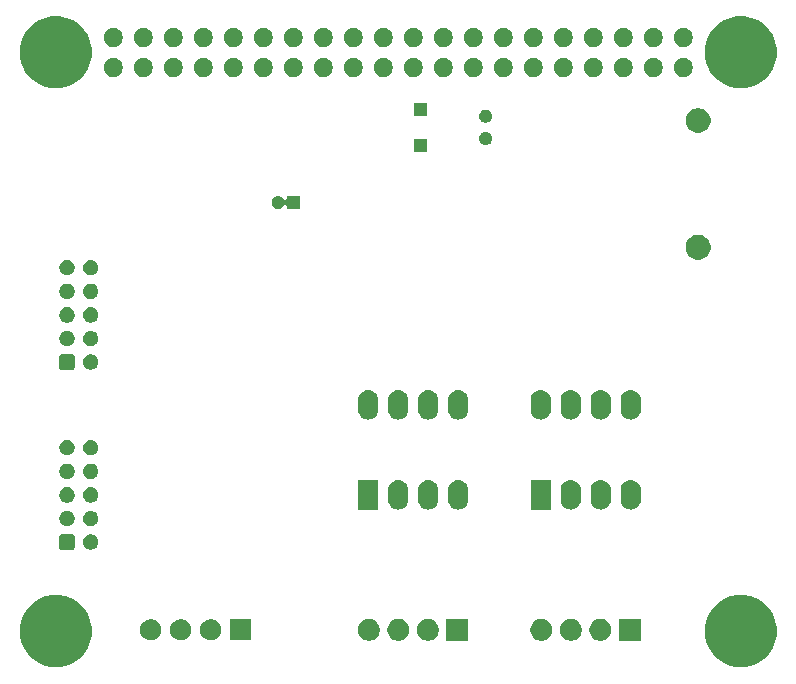
<source format=gbr>
G04 #@! TF.GenerationSoftware,KiCad,Pcbnew,5.1.5-52549c5~84~ubuntu18.04.1*
G04 #@! TF.CreationDate,2020-01-16T02:56:41-05:00*
G04 #@! TF.ProjectId,PiADC2,50694144-4332-42e6-9b69-6361645f7063,1.0*
G04 #@! TF.SameCoordinates,Original*
G04 #@! TF.FileFunction,Soldermask,Bot*
G04 #@! TF.FilePolarity,Negative*
%FSLAX46Y46*%
G04 Gerber Fmt 4.6, Leading zero omitted, Abs format (unit mm)*
G04 Created by KiCad (PCBNEW 5.1.5-52549c5~84~ubuntu18.04.1) date 2020-01-16 02:56:41*
%MOMM*%
%LPD*%
G04 APERTURE LIST*
%ADD10C,0.100000*%
G04 APERTURE END LIST*
D10*
G36*
X169589943Y-123536248D02*
G01*
X170145189Y-123766238D01*
X170145190Y-123766239D01*
X170644899Y-124100134D01*
X171069866Y-124525101D01*
X171069867Y-124525103D01*
X171403762Y-125024811D01*
X171633752Y-125580057D01*
X171751000Y-126169501D01*
X171751000Y-126770499D01*
X171633752Y-127359943D01*
X171403762Y-127915189D01*
X171403761Y-127915190D01*
X171069866Y-128414899D01*
X170644899Y-128839866D01*
X170393347Y-129007948D01*
X170145189Y-129173762D01*
X169589943Y-129403752D01*
X169000499Y-129521000D01*
X168399501Y-129521000D01*
X167810057Y-129403752D01*
X167254811Y-129173762D01*
X167006653Y-129007948D01*
X166755101Y-128839866D01*
X166330134Y-128414899D01*
X165996239Y-127915190D01*
X165996238Y-127915189D01*
X165766248Y-127359943D01*
X165649000Y-126770499D01*
X165649000Y-126169501D01*
X165766248Y-125580057D01*
X165996238Y-125024811D01*
X166330133Y-124525103D01*
X166330134Y-124525101D01*
X166755101Y-124100134D01*
X167254810Y-123766239D01*
X167254811Y-123766238D01*
X167810057Y-123536248D01*
X168399501Y-123419000D01*
X169000499Y-123419000D01*
X169589943Y-123536248D01*
G37*
G36*
X111589943Y-123536248D02*
G01*
X112145189Y-123766238D01*
X112145190Y-123766239D01*
X112644899Y-124100134D01*
X113069866Y-124525101D01*
X113069867Y-124525103D01*
X113403762Y-125024811D01*
X113633752Y-125580057D01*
X113751000Y-126169501D01*
X113751000Y-126770499D01*
X113633752Y-127359943D01*
X113403762Y-127915189D01*
X113403761Y-127915190D01*
X113069866Y-128414899D01*
X112644899Y-128839866D01*
X112393347Y-129007948D01*
X112145189Y-129173762D01*
X111589943Y-129403752D01*
X111000499Y-129521000D01*
X110399501Y-129521000D01*
X109810057Y-129403752D01*
X109254811Y-129173762D01*
X109006653Y-129007948D01*
X108755101Y-128839866D01*
X108330134Y-128414899D01*
X107996239Y-127915190D01*
X107996238Y-127915189D01*
X107766248Y-127359943D01*
X107649000Y-126770499D01*
X107649000Y-126169501D01*
X107766248Y-125580057D01*
X107996238Y-125024811D01*
X108330133Y-124525103D01*
X108330134Y-124525101D01*
X108755101Y-124100134D01*
X109254810Y-123766239D01*
X109254811Y-123766238D01*
X109810057Y-123536248D01*
X110399501Y-123419000D01*
X111000499Y-123419000D01*
X111589943Y-123536248D01*
G37*
G36*
X157095104Y-125474585D02*
G01*
X157263626Y-125544389D01*
X157415291Y-125645728D01*
X157544272Y-125774709D01*
X157645611Y-125926374D01*
X157715415Y-126094896D01*
X157751000Y-126273797D01*
X157751000Y-126456203D01*
X157715415Y-126635104D01*
X157645611Y-126803626D01*
X157544272Y-126955291D01*
X157415291Y-127084272D01*
X157263626Y-127185611D01*
X157095104Y-127255415D01*
X156916203Y-127291000D01*
X156733797Y-127291000D01*
X156554896Y-127255415D01*
X156386374Y-127185611D01*
X156234709Y-127084272D01*
X156105728Y-126955291D01*
X156004389Y-126803626D01*
X155934585Y-126635104D01*
X155899000Y-126456203D01*
X155899000Y-126273797D01*
X155934585Y-126094896D01*
X156004389Y-125926374D01*
X156105728Y-125774709D01*
X156234709Y-125645728D01*
X156386374Y-125544389D01*
X156554896Y-125474585D01*
X156733797Y-125439000D01*
X156916203Y-125439000D01*
X157095104Y-125474585D01*
G37*
G36*
X152095104Y-125474585D02*
G01*
X152263626Y-125544389D01*
X152415291Y-125645728D01*
X152544272Y-125774709D01*
X152645611Y-125926374D01*
X152715415Y-126094896D01*
X152751000Y-126273797D01*
X152751000Y-126456203D01*
X152715415Y-126635104D01*
X152645611Y-126803626D01*
X152544272Y-126955291D01*
X152415291Y-127084272D01*
X152263626Y-127185611D01*
X152095104Y-127255415D01*
X151916203Y-127291000D01*
X151733797Y-127291000D01*
X151554896Y-127255415D01*
X151386374Y-127185611D01*
X151234709Y-127084272D01*
X151105728Y-126955291D01*
X151004389Y-126803626D01*
X150934585Y-126635104D01*
X150899000Y-126456203D01*
X150899000Y-126273797D01*
X150934585Y-126094896D01*
X151004389Y-125926374D01*
X151105728Y-125774709D01*
X151234709Y-125645728D01*
X151386374Y-125544389D01*
X151554896Y-125474585D01*
X151733797Y-125439000D01*
X151916203Y-125439000D01*
X152095104Y-125474585D01*
G37*
G36*
X160251000Y-127291000D02*
G01*
X158399000Y-127291000D01*
X158399000Y-125439000D01*
X160251000Y-125439000D01*
X160251000Y-127291000D01*
G37*
G36*
X145646000Y-127291000D02*
G01*
X143794000Y-127291000D01*
X143794000Y-125439000D01*
X145646000Y-125439000D01*
X145646000Y-127291000D01*
G37*
G36*
X137490104Y-125474585D02*
G01*
X137658626Y-125544389D01*
X137810291Y-125645728D01*
X137939272Y-125774709D01*
X138040611Y-125926374D01*
X138110415Y-126094896D01*
X138146000Y-126273797D01*
X138146000Y-126456203D01*
X138110415Y-126635104D01*
X138040611Y-126803626D01*
X137939272Y-126955291D01*
X137810291Y-127084272D01*
X137658626Y-127185611D01*
X137490104Y-127255415D01*
X137311203Y-127291000D01*
X137128797Y-127291000D01*
X136949896Y-127255415D01*
X136781374Y-127185611D01*
X136629709Y-127084272D01*
X136500728Y-126955291D01*
X136399389Y-126803626D01*
X136329585Y-126635104D01*
X136294000Y-126456203D01*
X136294000Y-126273797D01*
X136329585Y-126094896D01*
X136399389Y-125926374D01*
X136500728Y-125774709D01*
X136629709Y-125645728D01*
X136781374Y-125544389D01*
X136949896Y-125474585D01*
X137128797Y-125439000D01*
X137311203Y-125439000D01*
X137490104Y-125474585D01*
G37*
G36*
X139990104Y-125474585D02*
G01*
X140158626Y-125544389D01*
X140310291Y-125645728D01*
X140439272Y-125774709D01*
X140540611Y-125926374D01*
X140610415Y-126094896D01*
X140646000Y-126273797D01*
X140646000Y-126456203D01*
X140610415Y-126635104D01*
X140540611Y-126803626D01*
X140439272Y-126955291D01*
X140310291Y-127084272D01*
X140158626Y-127185611D01*
X139990104Y-127255415D01*
X139811203Y-127291000D01*
X139628797Y-127291000D01*
X139449896Y-127255415D01*
X139281374Y-127185611D01*
X139129709Y-127084272D01*
X139000728Y-126955291D01*
X138899389Y-126803626D01*
X138829585Y-126635104D01*
X138794000Y-126456203D01*
X138794000Y-126273797D01*
X138829585Y-126094896D01*
X138899389Y-125926374D01*
X139000728Y-125774709D01*
X139129709Y-125645728D01*
X139281374Y-125544389D01*
X139449896Y-125474585D01*
X139628797Y-125439000D01*
X139811203Y-125439000D01*
X139990104Y-125474585D01*
G37*
G36*
X154595104Y-125474585D02*
G01*
X154763626Y-125544389D01*
X154915291Y-125645728D01*
X155044272Y-125774709D01*
X155145611Y-125926374D01*
X155215415Y-126094896D01*
X155251000Y-126273797D01*
X155251000Y-126456203D01*
X155215415Y-126635104D01*
X155145611Y-126803626D01*
X155044272Y-126955291D01*
X154915291Y-127084272D01*
X154763626Y-127185611D01*
X154595104Y-127255415D01*
X154416203Y-127291000D01*
X154233797Y-127291000D01*
X154054896Y-127255415D01*
X153886374Y-127185611D01*
X153734709Y-127084272D01*
X153605728Y-126955291D01*
X153504389Y-126803626D01*
X153434585Y-126635104D01*
X153399000Y-126456203D01*
X153399000Y-126273797D01*
X153434585Y-126094896D01*
X153504389Y-125926374D01*
X153605728Y-125774709D01*
X153734709Y-125645728D01*
X153886374Y-125544389D01*
X154054896Y-125474585D01*
X154233797Y-125439000D01*
X154416203Y-125439000D01*
X154595104Y-125474585D01*
G37*
G36*
X142490104Y-125474585D02*
G01*
X142658626Y-125544389D01*
X142810291Y-125645728D01*
X142939272Y-125774709D01*
X143040611Y-125926374D01*
X143110415Y-126094896D01*
X143146000Y-126273797D01*
X143146000Y-126456203D01*
X143110415Y-126635104D01*
X143040611Y-126803626D01*
X142939272Y-126955291D01*
X142810291Y-127084272D01*
X142658626Y-127185611D01*
X142490104Y-127255415D01*
X142311203Y-127291000D01*
X142128797Y-127291000D01*
X141949896Y-127255415D01*
X141781374Y-127185611D01*
X141629709Y-127084272D01*
X141500728Y-126955291D01*
X141399389Y-126803626D01*
X141329585Y-126635104D01*
X141294000Y-126456203D01*
X141294000Y-126273797D01*
X141329585Y-126094896D01*
X141399389Y-125926374D01*
X141500728Y-125774709D01*
X141629709Y-125645728D01*
X141781374Y-125544389D01*
X141949896Y-125474585D01*
X142128797Y-125439000D01*
X142311203Y-125439000D01*
X142490104Y-125474585D01*
G37*
G36*
X118858512Y-125468927D02*
G01*
X119007812Y-125498624D01*
X119171784Y-125566544D01*
X119319354Y-125665147D01*
X119444853Y-125790646D01*
X119543456Y-125938216D01*
X119611376Y-126102188D01*
X119646000Y-126276259D01*
X119646000Y-126453741D01*
X119611376Y-126627812D01*
X119543456Y-126791784D01*
X119444853Y-126939354D01*
X119319354Y-127064853D01*
X119171784Y-127163456D01*
X119007812Y-127231376D01*
X118858512Y-127261073D01*
X118833742Y-127266000D01*
X118656258Y-127266000D01*
X118631488Y-127261073D01*
X118482188Y-127231376D01*
X118318216Y-127163456D01*
X118170646Y-127064853D01*
X118045147Y-126939354D01*
X117946544Y-126791784D01*
X117878624Y-126627812D01*
X117844000Y-126453741D01*
X117844000Y-126276259D01*
X117878624Y-126102188D01*
X117946544Y-125938216D01*
X118045147Y-125790646D01*
X118170646Y-125665147D01*
X118318216Y-125566544D01*
X118482188Y-125498624D01*
X118631488Y-125468927D01*
X118656258Y-125464000D01*
X118833742Y-125464000D01*
X118858512Y-125468927D01*
G37*
G36*
X127266000Y-127266000D02*
G01*
X125464000Y-127266000D01*
X125464000Y-125464000D01*
X127266000Y-125464000D01*
X127266000Y-127266000D01*
G37*
G36*
X123938512Y-125468927D02*
G01*
X124087812Y-125498624D01*
X124251784Y-125566544D01*
X124399354Y-125665147D01*
X124524853Y-125790646D01*
X124623456Y-125938216D01*
X124691376Y-126102188D01*
X124726000Y-126276259D01*
X124726000Y-126453741D01*
X124691376Y-126627812D01*
X124623456Y-126791784D01*
X124524853Y-126939354D01*
X124399354Y-127064853D01*
X124251784Y-127163456D01*
X124087812Y-127231376D01*
X123938512Y-127261073D01*
X123913742Y-127266000D01*
X123736258Y-127266000D01*
X123711488Y-127261073D01*
X123562188Y-127231376D01*
X123398216Y-127163456D01*
X123250646Y-127064853D01*
X123125147Y-126939354D01*
X123026544Y-126791784D01*
X122958624Y-126627812D01*
X122924000Y-126453741D01*
X122924000Y-126276259D01*
X122958624Y-126102188D01*
X123026544Y-125938216D01*
X123125147Y-125790646D01*
X123250646Y-125665147D01*
X123398216Y-125566544D01*
X123562188Y-125498624D01*
X123711488Y-125468927D01*
X123736258Y-125464000D01*
X123913742Y-125464000D01*
X123938512Y-125468927D01*
G37*
G36*
X121398512Y-125468927D02*
G01*
X121547812Y-125498624D01*
X121711784Y-125566544D01*
X121859354Y-125665147D01*
X121984853Y-125790646D01*
X122083456Y-125938216D01*
X122151376Y-126102188D01*
X122186000Y-126276259D01*
X122186000Y-126453741D01*
X122151376Y-126627812D01*
X122083456Y-126791784D01*
X121984853Y-126939354D01*
X121859354Y-127064853D01*
X121711784Y-127163456D01*
X121547812Y-127231376D01*
X121398512Y-127261073D01*
X121373742Y-127266000D01*
X121196258Y-127266000D01*
X121171488Y-127261073D01*
X121022188Y-127231376D01*
X120858216Y-127163456D01*
X120710646Y-127064853D01*
X120585147Y-126939354D01*
X120486544Y-126791784D01*
X120418624Y-126627812D01*
X120384000Y-126453741D01*
X120384000Y-126276259D01*
X120418624Y-126102188D01*
X120486544Y-125938216D01*
X120585147Y-125790646D01*
X120710646Y-125665147D01*
X120858216Y-125566544D01*
X121022188Y-125498624D01*
X121171488Y-125468927D01*
X121196258Y-125464000D01*
X121373742Y-125464000D01*
X121398512Y-125468927D01*
G37*
G36*
X113854890Y-118309017D02*
G01*
X113935771Y-118342519D01*
X113973364Y-118358091D01*
X114079988Y-118429335D01*
X114170665Y-118520012D01*
X114241909Y-118626636D01*
X114290983Y-118745110D01*
X114316000Y-118870882D01*
X114316000Y-118999118D01*
X114290983Y-119124890D01*
X114241909Y-119243364D01*
X114170665Y-119349988D01*
X114079988Y-119440665D01*
X113973364Y-119511909D01*
X113973363Y-119511910D01*
X113973362Y-119511910D01*
X113854890Y-119560983D01*
X113729119Y-119586000D01*
X113600881Y-119586000D01*
X113475110Y-119560983D01*
X113356638Y-119511910D01*
X113356637Y-119511910D01*
X113356636Y-119511909D01*
X113250012Y-119440665D01*
X113159335Y-119349988D01*
X113088091Y-119243364D01*
X113039017Y-119124890D01*
X113014000Y-118999118D01*
X113014000Y-118870882D01*
X113039017Y-118745110D01*
X113088091Y-118626636D01*
X113159335Y-118520012D01*
X113250012Y-118429335D01*
X113356636Y-118358091D01*
X113394230Y-118342519D01*
X113475110Y-118309017D01*
X113600881Y-118284000D01*
X113729119Y-118284000D01*
X113854890Y-118309017D01*
G37*
G36*
X112156242Y-118288404D02*
G01*
X112193337Y-118299657D01*
X112227515Y-118317925D01*
X112257481Y-118342519D01*
X112282075Y-118372485D01*
X112300343Y-118406663D01*
X112311596Y-118443758D01*
X112316000Y-118488474D01*
X112316000Y-119381526D01*
X112311596Y-119426242D01*
X112300343Y-119463337D01*
X112282075Y-119497515D01*
X112257481Y-119527481D01*
X112227515Y-119552075D01*
X112193337Y-119570343D01*
X112156242Y-119581596D01*
X112111526Y-119586000D01*
X111218474Y-119586000D01*
X111173758Y-119581596D01*
X111136663Y-119570343D01*
X111102485Y-119552075D01*
X111072519Y-119527481D01*
X111047925Y-119497515D01*
X111029657Y-119463337D01*
X111018404Y-119426242D01*
X111014000Y-119381526D01*
X111014000Y-118488474D01*
X111018404Y-118443758D01*
X111029657Y-118406663D01*
X111047925Y-118372485D01*
X111072519Y-118342519D01*
X111102485Y-118317925D01*
X111136663Y-118299657D01*
X111173758Y-118288404D01*
X111218474Y-118284000D01*
X112111526Y-118284000D01*
X112156242Y-118288404D01*
G37*
G36*
X111854890Y-116309017D02*
G01*
X111973364Y-116358091D01*
X112079988Y-116429335D01*
X112170665Y-116520012D01*
X112241909Y-116626636D01*
X112290983Y-116745110D01*
X112316000Y-116870882D01*
X112316000Y-116999118D01*
X112290983Y-117124890D01*
X112241909Y-117243364D01*
X112170665Y-117349988D01*
X112079988Y-117440665D01*
X111973364Y-117511909D01*
X111973363Y-117511910D01*
X111973362Y-117511910D01*
X111854890Y-117560983D01*
X111729119Y-117586000D01*
X111600881Y-117586000D01*
X111475110Y-117560983D01*
X111356638Y-117511910D01*
X111356637Y-117511910D01*
X111356636Y-117511909D01*
X111250012Y-117440665D01*
X111159335Y-117349988D01*
X111088091Y-117243364D01*
X111039017Y-117124890D01*
X111014000Y-116999118D01*
X111014000Y-116870882D01*
X111039017Y-116745110D01*
X111088091Y-116626636D01*
X111159335Y-116520012D01*
X111250012Y-116429335D01*
X111356636Y-116358091D01*
X111475110Y-116309017D01*
X111600881Y-116284000D01*
X111729119Y-116284000D01*
X111854890Y-116309017D01*
G37*
G36*
X113854890Y-116309017D02*
G01*
X113973364Y-116358091D01*
X114079988Y-116429335D01*
X114170665Y-116520012D01*
X114241909Y-116626636D01*
X114290983Y-116745110D01*
X114316000Y-116870882D01*
X114316000Y-116999118D01*
X114290983Y-117124890D01*
X114241909Y-117243364D01*
X114170665Y-117349988D01*
X114079988Y-117440665D01*
X113973364Y-117511909D01*
X113973363Y-117511910D01*
X113973362Y-117511910D01*
X113854890Y-117560983D01*
X113729119Y-117586000D01*
X113600881Y-117586000D01*
X113475110Y-117560983D01*
X113356638Y-117511910D01*
X113356637Y-117511910D01*
X113356636Y-117511909D01*
X113250012Y-117440665D01*
X113159335Y-117349988D01*
X113088091Y-117243364D01*
X113039017Y-117124890D01*
X113014000Y-116999118D01*
X113014000Y-116870882D01*
X113039017Y-116745110D01*
X113088091Y-116626636D01*
X113159335Y-116520012D01*
X113250012Y-116429335D01*
X113356636Y-116358091D01*
X113475110Y-116309017D01*
X113600881Y-116284000D01*
X113729119Y-116284000D01*
X113854890Y-116309017D01*
G37*
G36*
X159551822Y-113696313D02*
G01*
X159712241Y-113744976D01*
X159860077Y-113823995D01*
X159989659Y-113930341D01*
X160096004Y-114059922D01*
X160096005Y-114059924D01*
X160175024Y-114207758D01*
X160223687Y-114368177D01*
X160236000Y-114493196D01*
X160236000Y-115376803D01*
X160223687Y-115501822D01*
X160175024Y-115662242D01*
X160104114Y-115794906D01*
X160096004Y-115810078D01*
X159989659Y-115939659D01*
X159860078Y-116046004D01*
X159860076Y-116046005D01*
X159712242Y-116125024D01*
X159551823Y-116173687D01*
X159385000Y-116190117D01*
X159218178Y-116173687D01*
X159057759Y-116125024D01*
X158909925Y-116046005D01*
X158909923Y-116046004D01*
X158780342Y-115939659D01*
X158673997Y-115810078D01*
X158665887Y-115794906D01*
X158594977Y-115662242D01*
X158546314Y-115501823D01*
X158534000Y-115376803D01*
X158534000Y-114493197D01*
X158546313Y-114368178D01*
X158594976Y-114207759D01*
X158673995Y-114059923D01*
X158780341Y-113930341D01*
X158909922Y-113823996D01*
X158925094Y-113815886D01*
X159057758Y-113744976D01*
X159218177Y-113696313D01*
X159385000Y-113679883D01*
X159551822Y-113696313D01*
G37*
G36*
X157011822Y-113696313D02*
G01*
X157172241Y-113744976D01*
X157320077Y-113823995D01*
X157449659Y-113930341D01*
X157556004Y-114059922D01*
X157556005Y-114059924D01*
X157635024Y-114207758D01*
X157683687Y-114368177D01*
X157696000Y-114493196D01*
X157696000Y-115376803D01*
X157683687Y-115501822D01*
X157635024Y-115662242D01*
X157564114Y-115794906D01*
X157556004Y-115810078D01*
X157449659Y-115939659D01*
X157320078Y-116046004D01*
X157320076Y-116046005D01*
X157172242Y-116125024D01*
X157011823Y-116173687D01*
X156845000Y-116190117D01*
X156678178Y-116173687D01*
X156517759Y-116125024D01*
X156369925Y-116046005D01*
X156369923Y-116046004D01*
X156240342Y-115939659D01*
X156133997Y-115810078D01*
X156125887Y-115794906D01*
X156054977Y-115662242D01*
X156006314Y-115501823D01*
X155994000Y-115376803D01*
X155994000Y-114493197D01*
X156006313Y-114368178D01*
X156054976Y-114207759D01*
X156133995Y-114059923D01*
X156240341Y-113930341D01*
X156369922Y-113823996D01*
X156385094Y-113815886D01*
X156517758Y-113744976D01*
X156678177Y-113696313D01*
X156845000Y-113679883D01*
X157011822Y-113696313D01*
G37*
G36*
X139866822Y-113696313D02*
G01*
X140027241Y-113744976D01*
X140175077Y-113823995D01*
X140304659Y-113930341D01*
X140411004Y-114059922D01*
X140411005Y-114059924D01*
X140490024Y-114207758D01*
X140538687Y-114368177D01*
X140551000Y-114493196D01*
X140551000Y-115376803D01*
X140538687Y-115501822D01*
X140490024Y-115662242D01*
X140419114Y-115794906D01*
X140411004Y-115810078D01*
X140304659Y-115939659D01*
X140175078Y-116046004D01*
X140175076Y-116046005D01*
X140027242Y-116125024D01*
X139866823Y-116173687D01*
X139700000Y-116190117D01*
X139533178Y-116173687D01*
X139372759Y-116125024D01*
X139224925Y-116046005D01*
X139224923Y-116046004D01*
X139095342Y-115939659D01*
X138988997Y-115810078D01*
X138980887Y-115794906D01*
X138909977Y-115662242D01*
X138861314Y-115501823D01*
X138849000Y-115376803D01*
X138849000Y-114493197D01*
X138861313Y-114368178D01*
X138909976Y-114207759D01*
X138988995Y-114059923D01*
X139095341Y-113930341D01*
X139224922Y-113823996D01*
X139240094Y-113815886D01*
X139372758Y-113744976D01*
X139533177Y-113696313D01*
X139700000Y-113679883D01*
X139866822Y-113696313D01*
G37*
G36*
X142406822Y-113696313D02*
G01*
X142567241Y-113744976D01*
X142715077Y-113823995D01*
X142844659Y-113930341D01*
X142951004Y-114059922D01*
X142951005Y-114059924D01*
X143030024Y-114207758D01*
X143078687Y-114368177D01*
X143091000Y-114493196D01*
X143091000Y-115376803D01*
X143078687Y-115501822D01*
X143030024Y-115662242D01*
X142959114Y-115794906D01*
X142951004Y-115810078D01*
X142844659Y-115939659D01*
X142715078Y-116046004D01*
X142715076Y-116046005D01*
X142567242Y-116125024D01*
X142406823Y-116173687D01*
X142240000Y-116190117D01*
X142073178Y-116173687D01*
X141912759Y-116125024D01*
X141764925Y-116046005D01*
X141764923Y-116046004D01*
X141635342Y-115939659D01*
X141528997Y-115810078D01*
X141520887Y-115794906D01*
X141449977Y-115662242D01*
X141401314Y-115501823D01*
X141389000Y-115376803D01*
X141389000Y-114493197D01*
X141401313Y-114368178D01*
X141449976Y-114207759D01*
X141528995Y-114059923D01*
X141635341Y-113930341D01*
X141764922Y-113823996D01*
X141780094Y-113815886D01*
X141912758Y-113744976D01*
X142073177Y-113696313D01*
X142240000Y-113679883D01*
X142406822Y-113696313D01*
G37*
G36*
X154471822Y-113696313D02*
G01*
X154632241Y-113744976D01*
X154780077Y-113823995D01*
X154909659Y-113930341D01*
X155016004Y-114059922D01*
X155016005Y-114059924D01*
X155095024Y-114207758D01*
X155143687Y-114368177D01*
X155156000Y-114493196D01*
X155156000Y-115376803D01*
X155143687Y-115501822D01*
X155095024Y-115662242D01*
X155024114Y-115794906D01*
X155016004Y-115810078D01*
X154909659Y-115939659D01*
X154780078Y-116046004D01*
X154780076Y-116046005D01*
X154632242Y-116125024D01*
X154471823Y-116173687D01*
X154305000Y-116190117D01*
X154138178Y-116173687D01*
X153977759Y-116125024D01*
X153829925Y-116046005D01*
X153829923Y-116046004D01*
X153700342Y-115939659D01*
X153593997Y-115810078D01*
X153585887Y-115794906D01*
X153514977Y-115662242D01*
X153466314Y-115501823D01*
X153454000Y-115376803D01*
X153454000Y-114493197D01*
X153466313Y-114368178D01*
X153514976Y-114207759D01*
X153593995Y-114059923D01*
X153700341Y-113930341D01*
X153829922Y-113823996D01*
X153845094Y-113815886D01*
X153977758Y-113744976D01*
X154138177Y-113696313D01*
X154305000Y-113679883D01*
X154471822Y-113696313D01*
G37*
G36*
X144946822Y-113696313D02*
G01*
X145107241Y-113744976D01*
X145255077Y-113823995D01*
X145384659Y-113930341D01*
X145491004Y-114059922D01*
X145491005Y-114059924D01*
X145570024Y-114207758D01*
X145618687Y-114368177D01*
X145631000Y-114493196D01*
X145631000Y-115376803D01*
X145618687Y-115501822D01*
X145570024Y-115662242D01*
X145499114Y-115794906D01*
X145491004Y-115810078D01*
X145384659Y-115939659D01*
X145255078Y-116046004D01*
X145255076Y-116046005D01*
X145107242Y-116125024D01*
X144946823Y-116173687D01*
X144780000Y-116190117D01*
X144613178Y-116173687D01*
X144452759Y-116125024D01*
X144304925Y-116046005D01*
X144304923Y-116046004D01*
X144175342Y-115939659D01*
X144068997Y-115810078D01*
X144060887Y-115794906D01*
X143989977Y-115662242D01*
X143941314Y-115501823D01*
X143929000Y-115376803D01*
X143929000Y-114493197D01*
X143941313Y-114368178D01*
X143989976Y-114207759D01*
X144068995Y-114059923D01*
X144175341Y-113930341D01*
X144304922Y-113823996D01*
X144320094Y-113815886D01*
X144452758Y-113744976D01*
X144613177Y-113696313D01*
X144780000Y-113679883D01*
X144946822Y-113696313D01*
G37*
G36*
X152616000Y-116186000D02*
G01*
X150914000Y-116186000D01*
X150914000Y-113684000D01*
X152616000Y-113684000D01*
X152616000Y-116186000D01*
G37*
G36*
X138011000Y-116186000D02*
G01*
X136309000Y-116186000D01*
X136309000Y-113684000D01*
X138011000Y-113684000D01*
X138011000Y-116186000D01*
G37*
G36*
X111854890Y-114309017D02*
G01*
X111973364Y-114358091D01*
X112079988Y-114429335D01*
X112170665Y-114520012D01*
X112241909Y-114626636D01*
X112290983Y-114745110D01*
X112316000Y-114870882D01*
X112316000Y-114999118D01*
X112290983Y-115124890D01*
X112241909Y-115243364D01*
X112170665Y-115349988D01*
X112079988Y-115440665D01*
X111973364Y-115511909D01*
X111973363Y-115511910D01*
X111973362Y-115511910D01*
X111854890Y-115560983D01*
X111729119Y-115586000D01*
X111600881Y-115586000D01*
X111475110Y-115560983D01*
X111356638Y-115511910D01*
X111356637Y-115511910D01*
X111356636Y-115511909D01*
X111250012Y-115440665D01*
X111159335Y-115349988D01*
X111088091Y-115243364D01*
X111039017Y-115124890D01*
X111014000Y-114999118D01*
X111014000Y-114870882D01*
X111039017Y-114745110D01*
X111088091Y-114626636D01*
X111159335Y-114520012D01*
X111250012Y-114429335D01*
X111356636Y-114358091D01*
X111475110Y-114309017D01*
X111600881Y-114284000D01*
X111729119Y-114284000D01*
X111854890Y-114309017D01*
G37*
G36*
X113854890Y-114309017D02*
G01*
X113973364Y-114358091D01*
X114079988Y-114429335D01*
X114170665Y-114520012D01*
X114241909Y-114626636D01*
X114290983Y-114745110D01*
X114316000Y-114870882D01*
X114316000Y-114999118D01*
X114290983Y-115124890D01*
X114241909Y-115243364D01*
X114170665Y-115349988D01*
X114079988Y-115440665D01*
X113973364Y-115511909D01*
X113973363Y-115511910D01*
X113973362Y-115511910D01*
X113854890Y-115560983D01*
X113729119Y-115586000D01*
X113600881Y-115586000D01*
X113475110Y-115560983D01*
X113356638Y-115511910D01*
X113356637Y-115511910D01*
X113356636Y-115511909D01*
X113250012Y-115440665D01*
X113159335Y-115349988D01*
X113088091Y-115243364D01*
X113039017Y-115124890D01*
X113014000Y-114999118D01*
X113014000Y-114870882D01*
X113039017Y-114745110D01*
X113088091Y-114626636D01*
X113159335Y-114520012D01*
X113250012Y-114429335D01*
X113356636Y-114358091D01*
X113475110Y-114309017D01*
X113600881Y-114284000D01*
X113729119Y-114284000D01*
X113854890Y-114309017D01*
G37*
G36*
X113854890Y-112309017D02*
G01*
X113973364Y-112358091D01*
X114079988Y-112429335D01*
X114170665Y-112520012D01*
X114241909Y-112626636D01*
X114290983Y-112745110D01*
X114316000Y-112870882D01*
X114316000Y-112999118D01*
X114290983Y-113124890D01*
X114241909Y-113243364D01*
X114170665Y-113349988D01*
X114079988Y-113440665D01*
X113973364Y-113511909D01*
X113973363Y-113511910D01*
X113973362Y-113511910D01*
X113854890Y-113560983D01*
X113729119Y-113586000D01*
X113600881Y-113586000D01*
X113475110Y-113560983D01*
X113356638Y-113511910D01*
X113356637Y-113511910D01*
X113356636Y-113511909D01*
X113250012Y-113440665D01*
X113159335Y-113349988D01*
X113088091Y-113243364D01*
X113039017Y-113124890D01*
X113014000Y-112999118D01*
X113014000Y-112870882D01*
X113039017Y-112745110D01*
X113088091Y-112626636D01*
X113159335Y-112520012D01*
X113250012Y-112429335D01*
X113356636Y-112358091D01*
X113475110Y-112309017D01*
X113600881Y-112284000D01*
X113729119Y-112284000D01*
X113854890Y-112309017D01*
G37*
G36*
X111854890Y-112309017D02*
G01*
X111973364Y-112358091D01*
X112079988Y-112429335D01*
X112170665Y-112520012D01*
X112241909Y-112626636D01*
X112290983Y-112745110D01*
X112316000Y-112870882D01*
X112316000Y-112999118D01*
X112290983Y-113124890D01*
X112241909Y-113243364D01*
X112170665Y-113349988D01*
X112079988Y-113440665D01*
X111973364Y-113511909D01*
X111973363Y-113511910D01*
X111973362Y-113511910D01*
X111854890Y-113560983D01*
X111729119Y-113586000D01*
X111600881Y-113586000D01*
X111475110Y-113560983D01*
X111356638Y-113511910D01*
X111356637Y-113511910D01*
X111356636Y-113511909D01*
X111250012Y-113440665D01*
X111159335Y-113349988D01*
X111088091Y-113243364D01*
X111039017Y-113124890D01*
X111014000Y-112999118D01*
X111014000Y-112870882D01*
X111039017Y-112745110D01*
X111088091Y-112626636D01*
X111159335Y-112520012D01*
X111250012Y-112429335D01*
X111356636Y-112358091D01*
X111475110Y-112309017D01*
X111600881Y-112284000D01*
X111729119Y-112284000D01*
X111854890Y-112309017D01*
G37*
G36*
X111854890Y-110309017D02*
G01*
X111973364Y-110358091D01*
X112079988Y-110429335D01*
X112170665Y-110520012D01*
X112241909Y-110626636D01*
X112290983Y-110745110D01*
X112316000Y-110870882D01*
X112316000Y-110999118D01*
X112290983Y-111124890D01*
X112241909Y-111243364D01*
X112170665Y-111349988D01*
X112079988Y-111440665D01*
X111973364Y-111511909D01*
X111973363Y-111511910D01*
X111973362Y-111511910D01*
X111854890Y-111560983D01*
X111729119Y-111586000D01*
X111600881Y-111586000D01*
X111475110Y-111560983D01*
X111356638Y-111511910D01*
X111356637Y-111511910D01*
X111356636Y-111511909D01*
X111250012Y-111440665D01*
X111159335Y-111349988D01*
X111088091Y-111243364D01*
X111039017Y-111124890D01*
X111014000Y-110999118D01*
X111014000Y-110870882D01*
X111039017Y-110745110D01*
X111088091Y-110626636D01*
X111159335Y-110520012D01*
X111250012Y-110429335D01*
X111356636Y-110358091D01*
X111475110Y-110309017D01*
X111600881Y-110284000D01*
X111729119Y-110284000D01*
X111854890Y-110309017D01*
G37*
G36*
X113854890Y-110309017D02*
G01*
X113973364Y-110358091D01*
X114079988Y-110429335D01*
X114170665Y-110520012D01*
X114241909Y-110626636D01*
X114290983Y-110745110D01*
X114316000Y-110870882D01*
X114316000Y-110999118D01*
X114290983Y-111124890D01*
X114241909Y-111243364D01*
X114170665Y-111349988D01*
X114079988Y-111440665D01*
X113973364Y-111511909D01*
X113973363Y-111511910D01*
X113973362Y-111511910D01*
X113854890Y-111560983D01*
X113729119Y-111586000D01*
X113600881Y-111586000D01*
X113475110Y-111560983D01*
X113356638Y-111511910D01*
X113356637Y-111511910D01*
X113356636Y-111511909D01*
X113250012Y-111440665D01*
X113159335Y-111349988D01*
X113088091Y-111243364D01*
X113039017Y-111124890D01*
X113014000Y-110999118D01*
X113014000Y-110870882D01*
X113039017Y-110745110D01*
X113088091Y-110626636D01*
X113159335Y-110520012D01*
X113250012Y-110429335D01*
X113356636Y-110358091D01*
X113475110Y-110309017D01*
X113600881Y-110284000D01*
X113729119Y-110284000D01*
X113854890Y-110309017D01*
G37*
G36*
X142406822Y-106076313D02*
G01*
X142567241Y-106124976D01*
X142715077Y-106203995D01*
X142844659Y-106310341D01*
X142951004Y-106439922D01*
X142951005Y-106439924D01*
X143030024Y-106587758D01*
X143078687Y-106748177D01*
X143091000Y-106873196D01*
X143091000Y-107756803D01*
X143078687Y-107881822D01*
X143030024Y-108042242D01*
X142959114Y-108174906D01*
X142951004Y-108190078D01*
X142844659Y-108319659D01*
X142715078Y-108426004D01*
X142715076Y-108426005D01*
X142567242Y-108505024D01*
X142406823Y-108553687D01*
X142240000Y-108570117D01*
X142073178Y-108553687D01*
X141912759Y-108505024D01*
X141764925Y-108426005D01*
X141764923Y-108426004D01*
X141635342Y-108319659D01*
X141528997Y-108190078D01*
X141520887Y-108174906D01*
X141449977Y-108042242D01*
X141401314Y-107881823D01*
X141389000Y-107756803D01*
X141389000Y-106873197D01*
X141401313Y-106748178D01*
X141449976Y-106587759D01*
X141528995Y-106439923D01*
X141635341Y-106310341D01*
X141764922Y-106203996D01*
X141780094Y-106195886D01*
X141912758Y-106124976D01*
X142073177Y-106076313D01*
X142240000Y-106059883D01*
X142406822Y-106076313D01*
G37*
G36*
X139866822Y-106076313D02*
G01*
X140027241Y-106124976D01*
X140175077Y-106203995D01*
X140304659Y-106310341D01*
X140411004Y-106439922D01*
X140411005Y-106439924D01*
X140490024Y-106587758D01*
X140538687Y-106748177D01*
X140551000Y-106873196D01*
X140551000Y-107756803D01*
X140538687Y-107881822D01*
X140490024Y-108042242D01*
X140419114Y-108174906D01*
X140411004Y-108190078D01*
X140304659Y-108319659D01*
X140175078Y-108426004D01*
X140175076Y-108426005D01*
X140027242Y-108505024D01*
X139866823Y-108553687D01*
X139700000Y-108570117D01*
X139533178Y-108553687D01*
X139372759Y-108505024D01*
X139224925Y-108426005D01*
X139224923Y-108426004D01*
X139095342Y-108319659D01*
X138988997Y-108190078D01*
X138980887Y-108174906D01*
X138909977Y-108042242D01*
X138861314Y-107881823D01*
X138849000Y-107756803D01*
X138849000Y-106873197D01*
X138861313Y-106748178D01*
X138909976Y-106587759D01*
X138988995Y-106439923D01*
X139095341Y-106310341D01*
X139224922Y-106203996D01*
X139240094Y-106195886D01*
X139372758Y-106124976D01*
X139533177Y-106076313D01*
X139700000Y-106059883D01*
X139866822Y-106076313D01*
G37*
G36*
X137326822Y-106076313D02*
G01*
X137487241Y-106124976D01*
X137635077Y-106203995D01*
X137764659Y-106310341D01*
X137871004Y-106439922D01*
X137871005Y-106439924D01*
X137950024Y-106587758D01*
X137998687Y-106748177D01*
X138011000Y-106873196D01*
X138011000Y-107756803D01*
X137998687Y-107881822D01*
X137950024Y-108042242D01*
X137879114Y-108174906D01*
X137871004Y-108190078D01*
X137764659Y-108319659D01*
X137635078Y-108426004D01*
X137635076Y-108426005D01*
X137487242Y-108505024D01*
X137326823Y-108553687D01*
X137160000Y-108570117D01*
X136993178Y-108553687D01*
X136832759Y-108505024D01*
X136684925Y-108426005D01*
X136684923Y-108426004D01*
X136555342Y-108319659D01*
X136448997Y-108190078D01*
X136440887Y-108174906D01*
X136369977Y-108042242D01*
X136321314Y-107881823D01*
X136309000Y-107756803D01*
X136309000Y-106873197D01*
X136321313Y-106748178D01*
X136369976Y-106587759D01*
X136448995Y-106439923D01*
X136555341Y-106310341D01*
X136684922Y-106203996D01*
X136700094Y-106195886D01*
X136832758Y-106124976D01*
X136993177Y-106076313D01*
X137160000Y-106059883D01*
X137326822Y-106076313D01*
G37*
G36*
X144946822Y-106076313D02*
G01*
X145107241Y-106124976D01*
X145255077Y-106203995D01*
X145384659Y-106310341D01*
X145491004Y-106439922D01*
X145491005Y-106439924D01*
X145570024Y-106587758D01*
X145618687Y-106748177D01*
X145631000Y-106873196D01*
X145631000Y-107756803D01*
X145618687Y-107881822D01*
X145570024Y-108042242D01*
X145499114Y-108174906D01*
X145491004Y-108190078D01*
X145384659Y-108319659D01*
X145255078Y-108426004D01*
X145255076Y-108426005D01*
X145107242Y-108505024D01*
X144946823Y-108553687D01*
X144780000Y-108570117D01*
X144613178Y-108553687D01*
X144452759Y-108505024D01*
X144304925Y-108426005D01*
X144304923Y-108426004D01*
X144175342Y-108319659D01*
X144068997Y-108190078D01*
X144060887Y-108174906D01*
X143989977Y-108042242D01*
X143941314Y-107881823D01*
X143929000Y-107756803D01*
X143929000Y-106873197D01*
X143941313Y-106748178D01*
X143989976Y-106587759D01*
X144068995Y-106439923D01*
X144175341Y-106310341D01*
X144304922Y-106203996D01*
X144320094Y-106195886D01*
X144452758Y-106124976D01*
X144613177Y-106076313D01*
X144780000Y-106059883D01*
X144946822Y-106076313D01*
G37*
G36*
X151931822Y-106076313D02*
G01*
X152092241Y-106124976D01*
X152240077Y-106203995D01*
X152369659Y-106310341D01*
X152476004Y-106439922D01*
X152476005Y-106439924D01*
X152555024Y-106587758D01*
X152603687Y-106748177D01*
X152616000Y-106873196D01*
X152616000Y-107756803D01*
X152603687Y-107881822D01*
X152555024Y-108042242D01*
X152484114Y-108174906D01*
X152476004Y-108190078D01*
X152369659Y-108319659D01*
X152240078Y-108426004D01*
X152240076Y-108426005D01*
X152092242Y-108505024D01*
X151931823Y-108553687D01*
X151765000Y-108570117D01*
X151598178Y-108553687D01*
X151437759Y-108505024D01*
X151289925Y-108426005D01*
X151289923Y-108426004D01*
X151160342Y-108319659D01*
X151053997Y-108190078D01*
X151045887Y-108174906D01*
X150974977Y-108042242D01*
X150926314Y-107881823D01*
X150914000Y-107756803D01*
X150914000Y-106873197D01*
X150926313Y-106748178D01*
X150974976Y-106587759D01*
X151053995Y-106439923D01*
X151160341Y-106310341D01*
X151289922Y-106203996D01*
X151305094Y-106195886D01*
X151437758Y-106124976D01*
X151598177Y-106076313D01*
X151765000Y-106059883D01*
X151931822Y-106076313D01*
G37*
G36*
X154471822Y-106076313D02*
G01*
X154632241Y-106124976D01*
X154780077Y-106203995D01*
X154909659Y-106310341D01*
X155016004Y-106439922D01*
X155016005Y-106439924D01*
X155095024Y-106587758D01*
X155143687Y-106748177D01*
X155156000Y-106873196D01*
X155156000Y-107756803D01*
X155143687Y-107881822D01*
X155095024Y-108042242D01*
X155024114Y-108174906D01*
X155016004Y-108190078D01*
X154909659Y-108319659D01*
X154780078Y-108426004D01*
X154780076Y-108426005D01*
X154632242Y-108505024D01*
X154471823Y-108553687D01*
X154305000Y-108570117D01*
X154138178Y-108553687D01*
X153977759Y-108505024D01*
X153829925Y-108426005D01*
X153829923Y-108426004D01*
X153700342Y-108319659D01*
X153593997Y-108190078D01*
X153585887Y-108174906D01*
X153514977Y-108042242D01*
X153466314Y-107881823D01*
X153454000Y-107756803D01*
X153454000Y-106873197D01*
X153466313Y-106748178D01*
X153514976Y-106587759D01*
X153593995Y-106439923D01*
X153700341Y-106310341D01*
X153829922Y-106203996D01*
X153845094Y-106195886D01*
X153977758Y-106124976D01*
X154138177Y-106076313D01*
X154305000Y-106059883D01*
X154471822Y-106076313D01*
G37*
G36*
X157011822Y-106076313D02*
G01*
X157172241Y-106124976D01*
X157320077Y-106203995D01*
X157449659Y-106310341D01*
X157556004Y-106439922D01*
X157556005Y-106439924D01*
X157635024Y-106587758D01*
X157683687Y-106748177D01*
X157696000Y-106873196D01*
X157696000Y-107756803D01*
X157683687Y-107881822D01*
X157635024Y-108042242D01*
X157564114Y-108174906D01*
X157556004Y-108190078D01*
X157449659Y-108319659D01*
X157320078Y-108426004D01*
X157320076Y-108426005D01*
X157172242Y-108505024D01*
X157011823Y-108553687D01*
X156845000Y-108570117D01*
X156678178Y-108553687D01*
X156517759Y-108505024D01*
X156369925Y-108426005D01*
X156369923Y-108426004D01*
X156240342Y-108319659D01*
X156133997Y-108190078D01*
X156125887Y-108174906D01*
X156054977Y-108042242D01*
X156006314Y-107881823D01*
X155994000Y-107756803D01*
X155994000Y-106873197D01*
X156006313Y-106748178D01*
X156054976Y-106587759D01*
X156133995Y-106439923D01*
X156240341Y-106310341D01*
X156369922Y-106203996D01*
X156385094Y-106195886D01*
X156517758Y-106124976D01*
X156678177Y-106076313D01*
X156845000Y-106059883D01*
X157011822Y-106076313D01*
G37*
G36*
X159551822Y-106076313D02*
G01*
X159712241Y-106124976D01*
X159860077Y-106203995D01*
X159989659Y-106310341D01*
X160096004Y-106439922D01*
X160096005Y-106439924D01*
X160175024Y-106587758D01*
X160223687Y-106748177D01*
X160236000Y-106873196D01*
X160236000Y-107756803D01*
X160223687Y-107881822D01*
X160175024Y-108042242D01*
X160104114Y-108174906D01*
X160096004Y-108190078D01*
X159989659Y-108319659D01*
X159860078Y-108426004D01*
X159860076Y-108426005D01*
X159712242Y-108505024D01*
X159551823Y-108553687D01*
X159385000Y-108570117D01*
X159218178Y-108553687D01*
X159057759Y-108505024D01*
X158909925Y-108426005D01*
X158909923Y-108426004D01*
X158780342Y-108319659D01*
X158673997Y-108190078D01*
X158665887Y-108174906D01*
X158594977Y-108042242D01*
X158546314Y-107881823D01*
X158534000Y-107756803D01*
X158534000Y-106873197D01*
X158546313Y-106748178D01*
X158594976Y-106587759D01*
X158673995Y-106439923D01*
X158780341Y-106310341D01*
X158909922Y-106203996D01*
X158925094Y-106195886D01*
X159057758Y-106124976D01*
X159218177Y-106076313D01*
X159385000Y-106059883D01*
X159551822Y-106076313D01*
G37*
G36*
X113854890Y-103069017D02*
G01*
X113935771Y-103102519D01*
X113973364Y-103118091D01*
X114079988Y-103189335D01*
X114170665Y-103280012D01*
X114241909Y-103386636D01*
X114290983Y-103505110D01*
X114316000Y-103630882D01*
X114316000Y-103759118D01*
X114290983Y-103884890D01*
X114241909Y-104003364D01*
X114170665Y-104109988D01*
X114079988Y-104200665D01*
X113973364Y-104271909D01*
X113973363Y-104271910D01*
X113973362Y-104271910D01*
X113854890Y-104320983D01*
X113729119Y-104346000D01*
X113600881Y-104346000D01*
X113475110Y-104320983D01*
X113356638Y-104271910D01*
X113356637Y-104271910D01*
X113356636Y-104271909D01*
X113250012Y-104200665D01*
X113159335Y-104109988D01*
X113088091Y-104003364D01*
X113039017Y-103884890D01*
X113014000Y-103759118D01*
X113014000Y-103630882D01*
X113039017Y-103505110D01*
X113088091Y-103386636D01*
X113159335Y-103280012D01*
X113250012Y-103189335D01*
X113356636Y-103118091D01*
X113394230Y-103102519D01*
X113475110Y-103069017D01*
X113600881Y-103044000D01*
X113729119Y-103044000D01*
X113854890Y-103069017D01*
G37*
G36*
X112156242Y-103048404D02*
G01*
X112193337Y-103059657D01*
X112227515Y-103077925D01*
X112257481Y-103102519D01*
X112282075Y-103132485D01*
X112300343Y-103166663D01*
X112311596Y-103203758D01*
X112316000Y-103248474D01*
X112316000Y-104141526D01*
X112311596Y-104186242D01*
X112300343Y-104223337D01*
X112282075Y-104257515D01*
X112257481Y-104287481D01*
X112227515Y-104312075D01*
X112193337Y-104330343D01*
X112156242Y-104341596D01*
X112111526Y-104346000D01*
X111218474Y-104346000D01*
X111173758Y-104341596D01*
X111136663Y-104330343D01*
X111102485Y-104312075D01*
X111072519Y-104287481D01*
X111047925Y-104257515D01*
X111029657Y-104223337D01*
X111018404Y-104186242D01*
X111014000Y-104141526D01*
X111014000Y-103248474D01*
X111018404Y-103203758D01*
X111029657Y-103166663D01*
X111047925Y-103132485D01*
X111072519Y-103102519D01*
X111102485Y-103077925D01*
X111136663Y-103059657D01*
X111173758Y-103048404D01*
X111218474Y-103044000D01*
X112111526Y-103044000D01*
X112156242Y-103048404D01*
G37*
G36*
X113854890Y-101069017D02*
G01*
X113973364Y-101118091D01*
X114079988Y-101189335D01*
X114170665Y-101280012D01*
X114241909Y-101386636D01*
X114290983Y-101505110D01*
X114316000Y-101630882D01*
X114316000Y-101759118D01*
X114290983Y-101884890D01*
X114241909Y-102003364D01*
X114170665Y-102109988D01*
X114079988Y-102200665D01*
X113973364Y-102271909D01*
X113973363Y-102271910D01*
X113973362Y-102271910D01*
X113854890Y-102320983D01*
X113729119Y-102346000D01*
X113600881Y-102346000D01*
X113475110Y-102320983D01*
X113356638Y-102271910D01*
X113356637Y-102271910D01*
X113356636Y-102271909D01*
X113250012Y-102200665D01*
X113159335Y-102109988D01*
X113088091Y-102003364D01*
X113039017Y-101884890D01*
X113014000Y-101759118D01*
X113014000Y-101630882D01*
X113039017Y-101505110D01*
X113088091Y-101386636D01*
X113159335Y-101280012D01*
X113250012Y-101189335D01*
X113356636Y-101118091D01*
X113475110Y-101069017D01*
X113600881Y-101044000D01*
X113729119Y-101044000D01*
X113854890Y-101069017D01*
G37*
G36*
X111854890Y-101069017D02*
G01*
X111973364Y-101118091D01*
X112079988Y-101189335D01*
X112170665Y-101280012D01*
X112241909Y-101386636D01*
X112290983Y-101505110D01*
X112316000Y-101630882D01*
X112316000Y-101759118D01*
X112290983Y-101884890D01*
X112241909Y-102003364D01*
X112170665Y-102109988D01*
X112079988Y-102200665D01*
X111973364Y-102271909D01*
X111973363Y-102271910D01*
X111973362Y-102271910D01*
X111854890Y-102320983D01*
X111729119Y-102346000D01*
X111600881Y-102346000D01*
X111475110Y-102320983D01*
X111356638Y-102271910D01*
X111356637Y-102271910D01*
X111356636Y-102271909D01*
X111250012Y-102200665D01*
X111159335Y-102109988D01*
X111088091Y-102003364D01*
X111039017Y-101884890D01*
X111014000Y-101759118D01*
X111014000Y-101630882D01*
X111039017Y-101505110D01*
X111088091Y-101386636D01*
X111159335Y-101280012D01*
X111250012Y-101189335D01*
X111356636Y-101118091D01*
X111475110Y-101069017D01*
X111600881Y-101044000D01*
X111729119Y-101044000D01*
X111854890Y-101069017D01*
G37*
G36*
X111854890Y-99069017D02*
G01*
X111973364Y-99118091D01*
X112079988Y-99189335D01*
X112170665Y-99280012D01*
X112241909Y-99386636D01*
X112290983Y-99505110D01*
X112316000Y-99630882D01*
X112316000Y-99759118D01*
X112290983Y-99884890D01*
X112241909Y-100003364D01*
X112170665Y-100109988D01*
X112079988Y-100200665D01*
X111973364Y-100271909D01*
X111973363Y-100271910D01*
X111973362Y-100271910D01*
X111854890Y-100320983D01*
X111729119Y-100346000D01*
X111600881Y-100346000D01*
X111475110Y-100320983D01*
X111356638Y-100271910D01*
X111356637Y-100271910D01*
X111356636Y-100271909D01*
X111250012Y-100200665D01*
X111159335Y-100109988D01*
X111088091Y-100003364D01*
X111039017Y-99884890D01*
X111014000Y-99759118D01*
X111014000Y-99630882D01*
X111039017Y-99505110D01*
X111088091Y-99386636D01*
X111159335Y-99280012D01*
X111250012Y-99189335D01*
X111356636Y-99118091D01*
X111475110Y-99069017D01*
X111600881Y-99044000D01*
X111729119Y-99044000D01*
X111854890Y-99069017D01*
G37*
G36*
X113854890Y-99069017D02*
G01*
X113973364Y-99118091D01*
X114079988Y-99189335D01*
X114170665Y-99280012D01*
X114241909Y-99386636D01*
X114290983Y-99505110D01*
X114316000Y-99630882D01*
X114316000Y-99759118D01*
X114290983Y-99884890D01*
X114241909Y-100003364D01*
X114170665Y-100109988D01*
X114079988Y-100200665D01*
X113973364Y-100271909D01*
X113973363Y-100271910D01*
X113973362Y-100271910D01*
X113854890Y-100320983D01*
X113729119Y-100346000D01*
X113600881Y-100346000D01*
X113475110Y-100320983D01*
X113356638Y-100271910D01*
X113356637Y-100271910D01*
X113356636Y-100271909D01*
X113250012Y-100200665D01*
X113159335Y-100109988D01*
X113088091Y-100003364D01*
X113039017Y-99884890D01*
X113014000Y-99759118D01*
X113014000Y-99630882D01*
X113039017Y-99505110D01*
X113088091Y-99386636D01*
X113159335Y-99280012D01*
X113250012Y-99189335D01*
X113356636Y-99118091D01*
X113475110Y-99069017D01*
X113600881Y-99044000D01*
X113729119Y-99044000D01*
X113854890Y-99069017D01*
G37*
G36*
X111854890Y-97069017D02*
G01*
X111973364Y-97118091D01*
X112079988Y-97189335D01*
X112170665Y-97280012D01*
X112241909Y-97386636D01*
X112290983Y-97505110D01*
X112316000Y-97630882D01*
X112316000Y-97759118D01*
X112290983Y-97884890D01*
X112241909Y-98003364D01*
X112170665Y-98109988D01*
X112079988Y-98200665D01*
X111973364Y-98271909D01*
X111973363Y-98271910D01*
X111973362Y-98271910D01*
X111854890Y-98320983D01*
X111729119Y-98346000D01*
X111600881Y-98346000D01*
X111475110Y-98320983D01*
X111356638Y-98271910D01*
X111356637Y-98271910D01*
X111356636Y-98271909D01*
X111250012Y-98200665D01*
X111159335Y-98109988D01*
X111088091Y-98003364D01*
X111039017Y-97884890D01*
X111014000Y-97759118D01*
X111014000Y-97630882D01*
X111039017Y-97505110D01*
X111088091Y-97386636D01*
X111159335Y-97280012D01*
X111250012Y-97189335D01*
X111356636Y-97118091D01*
X111475110Y-97069017D01*
X111600881Y-97044000D01*
X111729119Y-97044000D01*
X111854890Y-97069017D01*
G37*
G36*
X113854890Y-97069017D02*
G01*
X113973364Y-97118091D01*
X114079988Y-97189335D01*
X114170665Y-97280012D01*
X114241909Y-97386636D01*
X114290983Y-97505110D01*
X114316000Y-97630882D01*
X114316000Y-97759118D01*
X114290983Y-97884890D01*
X114241909Y-98003364D01*
X114170665Y-98109988D01*
X114079988Y-98200665D01*
X113973364Y-98271909D01*
X113973363Y-98271910D01*
X113973362Y-98271910D01*
X113854890Y-98320983D01*
X113729119Y-98346000D01*
X113600881Y-98346000D01*
X113475110Y-98320983D01*
X113356638Y-98271910D01*
X113356637Y-98271910D01*
X113356636Y-98271909D01*
X113250012Y-98200665D01*
X113159335Y-98109988D01*
X113088091Y-98003364D01*
X113039017Y-97884890D01*
X113014000Y-97759118D01*
X113014000Y-97630882D01*
X113039017Y-97505110D01*
X113088091Y-97386636D01*
X113159335Y-97280012D01*
X113250012Y-97189335D01*
X113356636Y-97118091D01*
X113475110Y-97069017D01*
X113600881Y-97044000D01*
X113729119Y-97044000D01*
X113854890Y-97069017D01*
G37*
G36*
X113854890Y-95069017D02*
G01*
X113973364Y-95118091D01*
X114079988Y-95189335D01*
X114170665Y-95280012D01*
X114241909Y-95386636D01*
X114290983Y-95505110D01*
X114316000Y-95630882D01*
X114316000Y-95759118D01*
X114290983Y-95884890D01*
X114241909Y-96003364D01*
X114170665Y-96109988D01*
X114079988Y-96200665D01*
X113973364Y-96271909D01*
X113973363Y-96271910D01*
X113973362Y-96271910D01*
X113854890Y-96320983D01*
X113729119Y-96346000D01*
X113600881Y-96346000D01*
X113475110Y-96320983D01*
X113356638Y-96271910D01*
X113356637Y-96271910D01*
X113356636Y-96271909D01*
X113250012Y-96200665D01*
X113159335Y-96109988D01*
X113088091Y-96003364D01*
X113039017Y-95884890D01*
X113014000Y-95759118D01*
X113014000Y-95630882D01*
X113039017Y-95505110D01*
X113088091Y-95386636D01*
X113159335Y-95280012D01*
X113250012Y-95189335D01*
X113356636Y-95118091D01*
X113475110Y-95069017D01*
X113600881Y-95044000D01*
X113729119Y-95044000D01*
X113854890Y-95069017D01*
G37*
G36*
X111854890Y-95069017D02*
G01*
X111973364Y-95118091D01*
X112079988Y-95189335D01*
X112170665Y-95280012D01*
X112241909Y-95386636D01*
X112290983Y-95505110D01*
X112316000Y-95630882D01*
X112316000Y-95759118D01*
X112290983Y-95884890D01*
X112241909Y-96003364D01*
X112170665Y-96109988D01*
X112079988Y-96200665D01*
X111973364Y-96271909D01*
X111973363Y-96271910D01*
X111973362Y-96271910D01*
X111854890Y-96320983D01*
X111729119Y-96346000D01*
X111600881Y-96346000D01*
X111475110Y-96320983D01*
X111356638Y-96271910D01*
X111356637Y-96271910D01*
X111356636Y-96271909D01*
X111250012Y-96200665D01*
X111159335Y-96109988D01*
X111088091Y-96003364D01*
X111039017Y-95884890D01*
X111014000Y-95759118D01*
X111014000Y-95630882D01*
X111039017Y-95505110D01*
X111088091Y-95386636D01*
X111159335Y-95280012D01*
X111250012Y-95189335D01*
X111356636Y-95118091D01*
X111475110Y-95069017D01*
X111600881Y-95044000D01*
X111729119Y-95044000D01*
X111854890Y-95069017D01*
G37*
G36*
X165406564Y-92969389D02*
G01*
X165597833Y-93048615D01*
X165597835Y-93048616D01*
X165769973Y-93163635D01*
X165916365Y-93310027D01*
X166031385Y-93482167D01*
X166110611Y-93673436D01*
X166151000Y-93876484D01*
X166151000Y-94083516D01*
X166110611Y-94286564D01*
X166031385Y-94477833D01*
X166031384Y-94477835D01*
X165916365Y-94649973D01*
X165769973Y-94796365D01*
X165597835Y-94911384D01*
X165597834Y-94911385D01*
X165597833Y-94911385D01*
X165406564Y-94990611D01*
X165203516Y-95031000D01*
X164996484Y-95031000D01*
X164793436Y-94990611D01*
X164602167Y-94911385D01*
X164602166Y-94911385D01*
X164602165Y-94911384D01*
X164430027Y-94796365D01*
X164283635Y-94649973D01*
X164168616Y-94477835D01*
X164168615Y-94477833D01*
X164089389Y-94286564D01*
X164049000Y-94083516D01*
X164049000Y-93876484D01*
X164089389Y-93673436D01*
X164168615Y-93482167D01*
X164283635Y-93310027D01*
X164430027Y-93163635D01*
X164602165Y-93048616D01*
X164602167Y-93048615D01*
X164793436Y-92969389D01*
X164996484Y-92929000D01*
X165203516Y-92929000D01*
X165406564Y-92969389D01*
G37*
G36*
X129700721Y-89640174D02*
G01*
X129800995Y-89681709D01*
X129800996Y-89681710D01*
X129891242Y-89742010D01*
X129967990Y-89818758D01*
X129967991Y-89818760D01*
X130030068Y-89911664D01*
X130045614Y-89930606D01*
X130064556Y-89946151D01*
X130086167Y-89957702D01*
X130109615Y-89964815D01*
X130134002Y-89967217D01*
X130158388Y-89964815D01*
X130181837Y-89957702D01*
X130203447Y-89946151D01*
X130222389Y-89930605D01*
X130237934Y-89911663D01*
X130249485Y-89890052D01*
X130256598Y-89866604D01*
X130259000Y-89842218D01*
X130259000Y-89619000D01*
X131361000Y-89619000D01*
X131361000Y-90721000D01*
X130259000Y-90721000D01*
X130259000Y-90497782D01*
X130256598Y-90473396D01*
X130249485Y-90449947D01*
X130237934Y-90428336D01*
X130222389Y-90409394D01*
X130203447Y-90393849D01*
X130181836Y-90382298D01*
X130158387Y-90375185D01*
X130134001Y-90372783D01*
X130109615Y-90375185D01*
X130086166Y-90382298D01*
X130064555Y-90393849D01*
X130045613Y-90409394D01*
X130030068Y-90428336D01*
X129988988Y-90489816D01*
X129967990Y-90521242D01*
X129891242Y-90597990D01*
X129845812Y-90628345D01*
X129800995Y-90658291D01*
X129700721Y-90699826D01*
X129594270Y-90721000D01*
X129485730Y-90721000D01*
X129379279Y-90699826D01*
X129279005Y-90658291D01*
X129234188Y-90628345D01*
X129188758Y-90597990D01*
X129112010Y-90521242D01*
X129080041Y-90473396D01*
X129051709Y-90430995D01*
X129010174Y-90330721D01*
X128989000Y-90224270D01*
X128989000Y-90115730D01*
X129010174Y-90009279D01*
X129051709Y-89909005D01*
X129112009Y-89818760D01*
X129112010Y-89818758D01*
X129188758Y-89742010D01*
X129279004Y-89681710D01*
X129279005Y-89681709D01*
X129379279Y-89640174D01*
X129485730Y-89619000D01*
X129594270Y-89619000D01*
X129700721Y-89640174D01*
G37*
G36*
X142156000Y-85871000D02*
G01*
X141054000Y-85871000D01*
X141054000Y-84769000D01*
X142156000Y-84769000D01*
X142156000Y-85871000D01*
G37*
G36*
X147265721Y-84240174D02*
G01*
X147365995Y-84281709D01*
X147365996Y-84281710D01*
X147456242Y-84342010D01*
X147532990Y-84418758D01*
X147532991Y-84418760D01*
X147593291Y-84509005D01*
X147634826Y-84609279D01*
X147656000Y-84715730D01*
X147656000Y-84824270D01*
X147634826Y-84930721D01*
X147593291Y-85030995D01*
X147593290Y-85030996D01*
X147532990Y-85121242D01*
X147456242Y-85197990D01*
X147410812Y-85228345D01*
X147365995Y-85258291D01*
X147265721Y-85299826D01*
X147159270Y-85321000D01*
X147050730Y-85321000D01*
X146944279Y-85299826D01*
X146844005Y-85258291D01*
X146799188Y-85228345D01*
X146753758Y-85197990D01*
X146677010Y-85121242D01*
X146616710Y-85030996D01*
X146616709Y-85030995D01*
X146575174Y-84930721D01*
X146554000Y-84824270D01*
X146554000Y-84715730D01*
X146575174Y-84609279D01*
X146616709Y-84509005D01*
X146677009Y-84418760D01*
X146677010Y-84418758D01*
X146753758Y-84342010D01*
X146844004Y-84281710D01*
X146844005Y-84281709D01*
X146944279Y-84240174D01*
X147050730Y-84219000D01*
X147159270Y-84219000D01*
X147265721Y-84240174D01*
G37*
G36*
X165406564Y-82229389D02*
G01*
X165597833Y-82308615D01*
X165597835Y-82308616D01*
X165645066Y-82340175D01*
X165769973Y-82423635D01*
X165916365Y-82570027D01*
X166031385Y-82742167D01*
X166110611Y-82933436D01*
X166151000Y-83136484D01*
X166151000Y-83343516D01*
X166110611Y-83546564D01*
X166031385Y-83737833D01*
X166031384Y-83737835D01*
X165916365Y-83909973D01*
X165769973Y-84056365D01*
X165597835Y-84171384D01*
X165597834Y-84171385D01*
X165597833Y-84171385D01*
X165406564Y-84250611D01*
X165203516Y-84291000D01*
X164996484Y-84291000D01*
X164793436Y-84250611D01*
X164602167Y-84171385D01*
X164602166Y-84171385D01*
X164602165Y-84171384D01*
X164430027Y-84056365D01*
X164283635Y-83909973D01*
X164168616Y-83737835D01*
X164168615Y-83737833D01*
X164089389Y-83546564D01*
X164049000Y-83343516D01*
X164049000Y-83136484D01*
X164089389Y-82933436D01*
X164168615Y-82742167D01*
X164283635Y-82570027D01*
X164430027Y-82423635D01*
X164554934Y-82340175D01*
X164602165Y-82308616D01*
X164602167Y-82308615D01*
X164793436Y-82229389D01*
X164996484Y-82189000D01*
X165203516Y-82189000D01*
X165406564Y-82229389D01*
G37*
G36*
X147265721Y-82340174D02*
G01*
X147365995Y-82381709D01*
X147365996Y-82381710D01*
X147456242Y-82442010D01*
X147532990Y-82518758D01*
X147532991Y-82518760D01*
X147593291Y-82609005D01*
X147634826Y-82709279D01*
X147656000Y-82815730D01*
X147656000Y-82924270D01*
X147634826Y-83030721D01*
X147593291Y-83130995D01*
X147593290Y-83130996D01*
X147532990Y-83221242D01*
X147456242Y-83297990D01*
X147410812Y-83328345D01*
X147365995Y-83358291D01*
X147265721Y-83399826D01*
X147159270Y-83421000D01*
X147050730Y-83421000D01*
X146944279Y-83399826D01*
X146844005Y-83358291D01*
X146799188Y-83328345D01*
X146753758Y-83297990D01*
X146677010Y-83221242D01*
X146616710Y-83130996D01*
X146616709Y-83130995D01*
X146575174Y-83030721D01*
X146554000Y-82924270D01*
X146554000Y-82815730D01*
X146575174Y-82709279D01*
X146616709Y-82609005D01*
X146677009Y-82518760D01*
X146677010Y-82518758D01*
X146753758Y-82442010D01*
X146844004Y-82381710D01*
X146844005Y-82381709D01*
X146944279Y-82340174D01*
X147050730Y-82319000D01*
X147159270Y-82319000D01*
X147265721Y-82340174D01*
G37*
G36*
X142156000Y-82871000D02*
G01*
X141054000Y-82871000D01*
X141054000Y-81769000D01*
X142156000Y-81769000D01*
X142156000Y-82871000D01*
G37*
G36*
X111589943Y-74536248D02*
G01*
X112145189Y-74766238D01*
X112145190Y-74766239D01*
X112644899Y-75100134D01*
X113069866Y-75525101D01*
X113098865Y-75568501D01*
X113403762Y-76024811D01*
X113633752Y-76580057D01*
X113751000Y-77169501D01*
X113751000Y-77770499D01*
X113633752Y-78359943D01*
X113403762Y-78915189D01*
X113263504Y-79125100D01*
X113069866Y-79414899D01*
X112644899Y-79839866D01*
X112393347Y-80007948D01*
X112145189Y-80173762D01*
X111589943Y-80403752D01*
X111000499Y-80521000D01*
X110399501Y-80521000D01*
X109810057Y-80403752D01*
X109254811Y-80173762D01*
X109006653Y-80007948D01*
X108755101Y-79839866D01*
X108330134Y-79414899D01*
X108136496Y-79125100D01*
X107996238Y-78915189D01*
X107766248Y-78359943D01*
X107649000Y-77770499D01*
X107649000Y-77169501D01*
X107766248Y-76580057D01*
X107996238Y-76024811D01*
X108301135Y-75568501D01*
X108330134Y-75525101D01*
X108755101Y-75100134D01*
X109254810Y-74766239D01*
X109254811Y-74766238D01*
X109810057Y-74536248D01*
X110399501Y-74419000D01*
X111000499Y-74419000D01*
X111589943Y-74536248D01*
G37*
G36*
X169589943Y-74536248D02*
G01*
X170145189Y-74766238D01*
X170145190Y-74766239D01*
X170644899Y-75100134D01*
X171069866Y-75525101D01*
X171098865Y-75568501D01*
X171403762Y-76024811D01*
X171633752Y-76580057D01*
X171751000Y-77169501D01*
X171751000Y-77770499D01*
X171633752Y-78359943D01*
X171403762Y-78915189D01*
X171263504Y-79125100D01*
X171069866Y-79414899D01*
X170644899Y-79839866D01*
X170393347Y-80007948D01*
X170145189Y-80173762D01*
X169589943Y-80403752D01*
X169000499Y-80521000D01*
X168399501Y-80521000D01*
X167810057Y-80403752D01*
X167254811Y-80173762D01*
X167006653Y-80007948D01*
X166755101Y-79839866D01*
X166330134Y-79414899D01*
X166136496Y-79125100D01*
X165996238Y-78915189D01*
X165766248Y-78359943D01*
X165649000Y-77770499D01*
X165649000Y-77169501D01*
X165766248Y-76580057D01*
X165996238Y-76024811D01*
X166301135Y-75568501D01*
X166330134Y-75525101D01*
X166755101Y-75100134D01*
X167254810Y-74766239D01*
X167254811Y-74766238D01*
X167810057Y-74536248D01*
X168399501Y-74419000D01*
X169000499Y-74419000D01*
X169589943Y-74536248D01*
G37*
G36*
X143747142Y-77958242D02*
G01*
X143895101Y-78019529D01*
X144028255Y-78108499D01*
X144141501Y-78221745D01*
X144230471Y-78354899D01*
X144291758Y-78502858D01*
X144323000Y-78659925D01*
X144323000Y-78820075D01*
X144291758Y-78977142D01*
X144230471Y-79125101D01*
X144141501Y-79258255D01*
X144028255Y-79371501D01*
X143895101Y-79460471D01*
X143747142Y-79521758D01*
X143590075Y-79553000D01*
X143429925Y-79553000D01*
X143272858Y-79521758D01*
X143124899Y-79460471D01*
X142991745Y-79371501D01*
X142878499Y-79258255D01*
X142789529Y-79125101D01*
X142728242Y-78977142D01*
X142697000Y-78820075D01*
X142697000Y-78659925D01*
X142728242Y-78502858D01*
X142789529Y-78354899D01*
X142878499Y-78221745D01*
X142991745Y-78108499D01*
X143124899Y-78019529D01*
X143272858Y-77958242D01*
X143429925Y-77927000D01*
X143590075Y-77927000D01*
X143747142Y-77958242D01*
G37*
G36*
X156447142Y-77958242D02*
G01*
X156595101Y-78019529D01*
X156728255Y-78108499D01*
X156841501Y-78221745D01*
X156930471Y-78354899D01*
X156991758Y-78502858D01*
X157023000Y-78659925D01*
X157023000Y-78820075D01*
X156991758Y-78977142D01*
X156930471Y-79125101D01*
X156841501Y-79258255D01*
X156728255Y-79371501D01*
X156595101Y-79460471D01*
X156447142Y-79521758D01*
X156290075Y-79553000D01*
X156129925Y-79553000D01*
X155972858Y-79521758D01*
X155824899Y-79460471D01*
X155691745Y-79371501D01*
X155578499Y-79258255D01*
X155489529Y-79125101D01*
X155428242Y-78977142D01*
X155397000Y-78820075D01*
X155397000Y-78659925D01*
X155428242Y-78502858D01*
X155489529Y-78354899D01*
X155578499Y-78221745D01*
X155691745Y-78108499D01*
X155824899Y-78019529D01*
X155972858Y-77958242D01*
X156129925Y-77927000D01*
X156290075Y-77927000D01*
X156447142Y-77958242D01*
G37*
G36*
X146287142Y-77958242D02*
G01*
X146435101Y-78019529D01*
X146568255Y-78108499D01*
X146681501Y-78221745D01*
X146770471Y-78354899D01*
X146831758Y-78502858D01*
X146863000Y-78659925D01*
X146863000Y-78820075D01*
X146831758Y-78977142D01*
X146770471Y-79125101D01*
X146681501Y-79258255D01*
X146568255Y-79371501D01*
X146435101Y-79460471D01*
X146287142Y-79521758D01*
X146130075Y-79553000D01*
X145969925Y-79553000D01*
X145812858Y-79521758D01*
X145664899Y-79460471D01*
X145531745Y-79371501D01*
X145418499Y-79258255D01*
X145329529Y-79125101D01*
X145268242Y-78977142D01*
X145237000Y-78820075D01*
X145237000Y-78659925D01*
X145268242Y-78502858D01*
X145329529Y-78354899D01*
X145418499Y-78221745D01*
X145531745Y-78108499D01*
X145664899Y-78019529D01*
X145812858Y-77958242D01*
X145969925Y-77927000D01*
X146130075Y-77927000D01*
X146287142Y-77958242D01*
G37*
G36*
X148827142Y-77958242D02*
G01*
X148975101Y-78019529D01*
X149108255Y-78108499D01*
X149221501Y-78221745D01*
X149310471Y-78354899D01*
X149371758Y-78502858D01*
X149403000Y-78659925D01*
X149403000Y-78820075D01*
X149371758Y-78977142D01*
X149310471Y-79125101D01*
X149221501Y-79258255D01*
X149108255Y-79371501D01*
X148975101Y-79460471D01*
X148827142Y-79521758D01*
X148670075Y-79553000D01*
X148509925Y-79553000D01*
X148352858Y-79521758D01*
X148204899Y-79460471D01*
X148071745Y-79371501D01*
X147958499Y-79258255D01*
X147869529Y-79125101D01*
X147808242Y-78977142D01*
X147777000Y-78820075D01*
X147777000Y-78659925D01*
X147808242Y-78502858D01*
X147869529Y-78354899D01*
X147958499Y-78221745D01*
X148071745Y-78108499D01*
X148204899Y-78019529D01*
X148352858Y-77958242D01*
X148509925Y-77927000D01*
X148670075Y-77927000D01*
X148827142Y-77958242D01*
G37*
G36*
X151367142Y-77958242D02*
G01*
X151515101Y-78019529D01*
X151648255Y-78108499D01*
X151761501Y-78221745D01*
X151850471Y-78354899D01*
X151911758Y-78502858D01*
X151943000Y-78659925D01*
X151943000Y-78820075D01*
X151911758Y-78977142D01*
X151850471Y-79125101D01*
X151761501Y-79258255D01*
X151648255Y-79371501D01*
X151515101Y-79460471D01*
X151367142Y-79521758D01*
X151210075Y-79553000D01*
X151049925Y-79553000D01*
X150892858Y-79521758D01*
X150744899Y-79460471D01*
X150611745Y-79371501D01*
X150498499Y-79258255D01*
X150409529Y-79125101D01*
X150348242Y-78977142D01*
X150317000Y-78820075D01*
X150317000Y-78659925D01*
X150348242Y-78502858D01*
X150409529Y-78354899D01*
X150498499Y-78221745D01*
X150611745Y-78108499D01*
X150744899Y-78019529D01*
X150892858Y-77958242D01*
X151049925Y-77927000D01*
X151210075Y-77927000D01*
X151367142Y-77958242D01*
G37*
G36*
X153907142Y-77958242D02*
G01*
X154055101Y-78019529D01*
X154188255Y-78108499D01*
X154301501Y-78221745D01*
X154390471Y-78354899D01*
X154451758Y-78502858D01*
X154483000Y-78659925D01*
X154483000Y-78820075D01*
X154451758Y-78977142D01*
X154390471Y-79125101D01*
X154301501Y-79258255D01*
X154188255Y-79371501D01*
X154055101Y-79460471D01*
X153907142Y-79521758D01*
X153750075Y-79553000D01*
X153589925Y-79553000D01*
X153432858Y-79521758D01*
X153284899Y-79460471D01*
X153151745Y-79371501D01*
X153038499Y-79258255D01*
X152949529Y-79125101D01*
X152888242Y-78977142D01*
X152857000Y-78820075D01*
X152857000Y-78659925D01*
X152888242Y-78502858D01*
X152949529Y-78354899D01*
X153038499Y-78221745D01*
X153151745Y-78108499D01*
X153284899Y-78019529D01*
X153432858Y-77958242D01*
X153589925Y-77927000D01*
X153750075Y-77927000D01*
X153907142Y-77958242D01*
G37*
G36*
X158987142Y-77958242D02*
G01*
X159135101Y-78019529D01*
X159268255Y-78108499D01*
X159381501Y-78221745D01*
X159470471Y-78354899D01*
X159531758Y-78502858D01*
X159563000Y-78659925D01*
X159563000Y-78820075D01*
X159531758Y-78977142D01*
X159470471Y-79125101D01*
X159381501Y-79258255D01*
X159268255Y-79371501D01*
X159135101Y-79460471D01*
X158987142Y-79521758D01*
X158830075Y-79553000D01*
X158669925Y-79553000D01*
X158512858Y-79521758D01*
X158364899Y-79460471D01*
X158231745Y-79371501D01*
X158118499Y-79258255D01*
X158029529Y-79125101D01*
X157968242Y-78977142D01*
X157937000Y-78820075D01*
X157937000Y-78659925D01*
X157968242Y-78502858D01*
X158029529Y-78354899D01*
X158118499Y-78221745D01*
X158231745Y-78108499D01*
X158364899Y-78019529D01*
X158512858Y-77958242D01*
X158669925Y-77927000D01*
X158830075Y-77927000D01*
X158987142Y-77958242D01*
G37*
G36*
X161527142Y-77958242D02*
G01*
X161675101Y-78019529D01*
X161808255Y-78108499D01*
X161921501Y-78221745D01*
X162010471Y-78354899D01*
X162071758Y-78502858D01*
X162103000Y-78659925D01*
X162103000Y-78820075D01*
X162071758Y-78977142D01*
X162010471Y-79125101D01*
X161921501Y-79258255D01*
X161808255Y-79371501D01*
X161675101Y-79460471D01*
X161527142Y-79521758D01*
X161370075Y-79553000D01*
X161209925Y-79553000D01*
X161052858Y-79521758D01*
X160904899Y-79460471D01*
X160771745Y-79371501D01*
X160658499Y-79258255D01*
X160569529Y-79125101D01*
X160508242Y-78977142D01*
X160477000Y-78820075D01*
X160477000Y-78659925D01*
X160508242Y-78502858D01*
X160569529Y-78354899D01*
X160658499Y-78221745D01*
X160771745Y-78108499D01*
X160904899Y-78019529D01*
X161052858Y-77958242D01*
X161209925Y-77927000D01*
X161370075Y-77927000D01*
X161527142Y-77958242D01*
G37*
G36*
X164067142Y-77958242D02*
G01*
X164215101Y-78019529D01*
X164348255Y-78108499D01*
X164461501Y-78221745D01*
X164550471Y-78354899D01*
X164611758Y-78502858D01*
X164643000Y-78659925D01*
X164643000Y-78820075D01*
X164611758Y-78977142D01*
X164550471Y-79125101D01*
X164461501Y-79258255D01*
X164348255Y-79371501D01*
X164215101Y-79460471D01*
X164067142Y-79521758D01*
X163910075Y-79553000D01*
X163749925Y-79553000D01*
X163592858Y-79521758D01*
X163444899Y-79460471D01*
X163311745Y-79371501D01*
X163198499Y-79258255D01*
X163109529Y-79125101D01*
X163048242Y-78977142D01*
X163017000Y-78820075D01*
X163017000Y-78659925D01*
X163048242Y-78502858D01*
X163109529Y-78354899D01*
X163198499Y-78221745D01*
X163311745Y-78108499D01*
X163444899Y-78019529D01*
X163592858Y-77958242D01*
X163749925Y-77927000D01*
X163910075Y-77927000D01*
X164067142Y-77958242D01*
G37*
G36*
X115807142Y-77958242D02*
G01*
X115955101Y-78019529D01*
X116088255Y-78108499D01*
X116201501Y-78221745D01*
X116290471Y-78354899D01*
X116351758Y-78502858D01*
X116383000Y-78659925D01*
X116383000Y-78820075D01*
X116351758Y-78977142D01*
X116290471Y-79125101D01*
X116201501Y-79258255D01*
X116088255Y-79371501D01*
X115955101Y-79460471D01*
X115807142Y-79521758D01*
X115650075Y-79553000D01*
X115489925Y-79553000D01*
X115332858Y-79521758D01*
X115184899Y-79460471D01*
X115051745Y-79371501D01*
X114938499Y-79258255D01*
X114849529Y-79125101D01*
X114788242Y-78977142D01*
X114757000Y-78820075D01*
X114757000Y-78659925D01*
X114788242Y-78502858D01*
X114849529Y-78354899D01*
X114938499Y-78221745D01*
X115051745Y-78108499D01*
X115184899Y-78019529D01*
X115332858Y-77958242D01*
X115489925Y-77927000D01*
X115650075Y-77927000D01*
X115807142Y-77958242D01*
G37*
G36*
X136127142Y-77958242D02*
G01*
X136275101Y-78019529D01*
X136408255Y-78108499D01*
X136521501Y-78221745D01*
X136610471Y-78354899D01*
X136671758Y-78502858D01*
X136703000Y-78659925D01*
X136703000Y-78820075D01*
X136671758Y-78977142D01*
X136610471Y-79125101D01*
X136521501Y-79258255D01*
X136408255Y-79371501D01*
X136275101Y-79460471D01*
X136127142Y-79521758D01*
X135970075Y-79553000D01*
X135809925Y-79553000D01*
X135652858Y-79521758D01*
X135504899Y-79460471D01*
X135371745Y-79371501D01*
X135258499Y-79258255D01*
X135169529Y-79125101D01*
X135108242Y-78977142D01*
X135077000Y-78820075D01*
X135077000Y-78659925D01*
X135108242Y-78502858D01*
X135169529Y-78354899D01*
X135258499Y-78221745D01*
X135371745Y-78108499D01*
X135504899Y-78019529D01*
X135652858Y-77958242D01*
X135809925Y-77927000D01*
X135970075Y-77927000D01*
X136127142Y-77958242D01*
G37*
G36*
X141207142Y-77958242D02*
G01*
X141355101Y-78019529D01*
X141488255Y-78108499D01*
X141601501Y-78221745D01*
X141690471Y-78354899D01*
X141751758Y-78502858D01*
X141783000Y-78659925D01*
X141783000Y-78820075D01*
X141751758Y-78977142D01*
X141690471Y-79125101D01*
X141601501Y-79258255D01*
X141488255Y-79371501D01*
X141355101Y-79460471D01*
X141207142Y-79521758D01*
X141050075Y-79553000D01*
X140889925Y-79553000D01*
X140732858Y-79521758D01*
X140584899Y-79460471D01*
X140451745Y-79371501D01*
X140338499Y-79258255D01*
X140249529Y-79125101D01*
X140188242Y-78977142D01*
X140157000Y-78820075D01*
X140157000Y-78659925D01*
X140188242Y-78502858D01*
X140249529Y-78354899D01*
X140338499Y-78221745D01*
X140451745Y-78108499D01*
X140584899Y-78019529D01*
X140732858Y-77958242D01*
X140889925Y-77927000D01*
X141050075Y-77927000D01*
X141207142Y-77958242D01*
G37*
G36*
X138667142Y-77958242D02*
G01*
X138815101Y-78019529D01*
X138948255Y-78108499D01*
X139061501Y-78221745D01*
X139150471Y-78354899D01*
X139211758Y-78502858D01*
X139243000Y-78659925D01*
X139243000Y-78820075D01*
X139211758Y-78977142D01*
X139150471Y-79125101D01*
X139061501Y-79258255D01*
X138948255Y-79371501D01*
X138815101Y-79460471D01*
X138667142Y-79521758D01*
X138510075Y-79553000D01*
X138349925Y-79553000D01*
X138192858Y-79521758D01*
X138044899Y-79460471D01*
X137911745Y-79371501D01*
X137798499Y-79258255D01*
X137709529Y-79125101D01*
X137648242Y-78977142D01*
X137617000Y-78820075D01*
X137617000Y-78659925D01*
X137648242Y-78502858D01*
X137709529Y-78354899D01*
X137798499Y-78221745D01*
X137911745Y-78108499D01*
X138044899Y-78019529D01*
X138192858Y-77958242D01*
X138349925Y-77927000D01*
X138510075Y-77927000D01*
X138667142Y-77958242D01*
G37*
G36*
X118347142Y-77958242D02*
G01*
X118495101Y-78019529D01*
X118628255Y-78108499D01*
X118741501Y-78221745D01*
X118830471Y-78354899D01*
X118891758Y-78502858D01*
X118923000Y-78659925D01*
X118923000Y-78820075D01*
X118891758Y-78977142D01*
X118830471Y-79125101D01*
X118741501Y-79258255D01*
X118628255Y-79371501D01*
X118495101Y-79460471D01*
X118347142Y-79521758D01*
X118190075Y-79553000D01*
X118029925Y-79553000D01*
X117872858Y-79521758D01*
X117724899Y-79460471D01*
X117591745Y-79371501D01*
X117478499Y-79258255D01*
X117389529Y-79125101D01*
X117328242Y-78977142D01*
X117297000Y-78820075D01*
X117297000Y-78659925D01*
X117328242Y-78502858D01*
X117389529Y-78354899D01*
X117478499Y-78221745D01*
X117591745Y-78108499D01*
X117724899Y-78019529D01*
X117872858Y-77958242D01*
X118029925Y-77927000D01*
X118190075Y-77927000D01*
X118347142Y-77958242D01*
G37*
G36*
X120887142Y-77958242D02*
G01*
X121035101Y-78019529D01*
X121168255Y-78108499D01*
X121281501Y-78221745D01*
X121370471Y-78354899D01*
X121431758Y-78502858D01*
X121463000Y-78659925D01*
X121463000Y-78820075D01*
X121431758Y-78977142D01*
X121370471Y-79125101D01*
X121281501Y-79258255D01*
X121168255Y-79371501D01*
X121035101Y-79460471D01*
X120887142Y-79521758D01*
X120730075Y-79553000D01*
X120569925Y-79553000D01*
X120412858Y-79521758D01*
X120264899Y-79460471D01*
X120131745Y-79371501D01*
X120018499Y-79258255D01*
X119929529Y-79125101D01*
X119868242Y-78977142D01*
X119837000Y-78820075D01*
X119837000Y-78659925D01*
X119868242Y-78502858D01*
X119929529Y-78354899D01*
X120018499Y-78221745D01*
X120131745Y-78108499D01*
X120264899Y-78019529D01*
X120412858Y-77958242D01*
X120569925Y-77927000D01*
X120730075Y-77927000D01*
X120887142Y-77958242D01*
G37*
G36*
X123427142Y-77958242D02*
G01*
X123575101Y-78019529D01*
X123708255Y-78108499D01*
X123821501Y-78221745D01*
X123910471Y-78354899D01*
X123971758Y-78502858D01*
X124003000Y-78659925D01*
X124003000Y-78820075D01*
X123971758Y-78977142D01*
X123910471Y-79125101D01*
X123821501Y-79258255D01*
X123708255Y-79371501D01*
X123575101Y-79460471D01*
X123427142Y-79521758D01*
X123270075Y-79553000D01*
X123109925Y-79553000D01*
X122952858Y-79521758D01*
X122804899Y-79460471D01*
X122671745Y-79371501D01*
X122558499Y-79258255D01*
X122469529Y-79125101D01*
X122408242Y-78977142D01*
X122377000Y-78820075D01*
X122377000Y-78659925D01*
X122408242Y-78502858D01*
X122469529Y-78354899D01*
X122558499Y-78221745D01*
X122671745Y-78108499D01*
X122804899Y-78019529D01*
X122952858Y-77958242D01*
X123109925Y-77927000D01*
X123270075Y-77927000D01*
X123427142Y-77958242D01*
G37*
G36*
X125967142Y-77958242D02*
G01*
X126115101Y-78019529D01*
X126248255Y-78108499D01*
X126361501Y-78221745D01*
X126450471Y-78354899D01*
X126511758Y-78502858D01*
X126543000Y-78659925D01*
X126543000Y-78820075D01*
X126511758Y-78977142D01*
X126450471Y-79125101D01*
X126361501Y-79258255D01*
X126248255Y-79371501D01*
X126115101Y-79460471D01*
X125967142Y-79521758D01*
X125810075Y-79553000D01*
X125649925Y-79553000D01*
X125492858Y-79521758D01*
X125344899Y-79460471D01*
X125211745Y-79371501D01*
X125098499Y-79258255D01*
X125009529Y-79125101D01*
X124948242Y-78977142D01*
X124917000Y-78820075D01*
X124917000Y-78659925D01*
X124948242Y-78502858D01*
X125009529Y-78354899D01*
X125098499Y-78221745D01*
X125211745Y-78108499D01*
X125344899Y-78019529D01*
X125492858Y-77958242D01*
X125649925Y-77927000D01*
X125810075Y-77927000D01*
X125967142Y-77958242D01*
G37*
G36*
X128507142Y-77958242D02*
G01*
X128655101Y-78019529D01*
X128788255Y-78108499D01*
X128901501Y-78221745D01*
X128990471Y-78354899D01*
X129051758Y-78502858D01*
X129083000Y-78659925D01*
X129083000Y-78820075D01*
X129051758Y-78977142D01*
X128990471Y-79125101D01*
X128901501Y-79258255D01*
X128788255Y-79371501D01*
X128655101Y-79460471D01*
X128507142Y-79521758D01*
X128350075Y-79553000D01*
X128189925Y-79553000D01*
X128032858Y-79521758D01*
X127884899Y-79460471D01*
X127751745Y-79371501D01*
X127638499Y-79258255D01*
X127549529Y-79125101D01*
X127488242Y-78977142D01*
X127457000Y-78820075D01*
X127457000Y-78659925D01*
X127488242Y-78502858D01*
X127549529Y-78354899D01*
X127638499Y-78221745D01*
X127751745Y-78108499D01*
X127884899Y-78019529D01*
X128032858Y-77958242D01*
X128189925Y-77927000D01*
X128350075Y-77927000D01*
X128507142Y-77958242D01*
G37*
G36*
X131047142Y-77958242D02*
G01*
X131195101Y-78019529D01*
X131328255Y-78108499D01*
X131441501Y-78221745D01*
X131530471Y-78354899D01*
X131591758Y-78502858D01*
X131623000Y-78659925D01*
X131623000Y-78820075D01*
X131591758Y-78977142D01*
X131530471Y-79125101D01*
X131441501Y-79258255D01*
X131328255Y-79371501D01*
X131195101Y-79460471D01*
X131047142Y-79521758D01*
X130890075Y-79553000D01*
X130729925Y-79553000D01*
X130572858Y-79521758D01*
X130424899Y-79460471D01*
X130291745Y-79371501D01*
X130178499Y-79258255D01*
X130089529Y-79125101D01*
X130028242Y-78977142D01*
X129997000Y-78820075D01*
X129997000Y-78659925D01*
X130028242Y-78502858D01*
X130089529Y-78354899D01*
X130178499Y-78221745D01*
X130291745Y-78108499D01*
X130424899Y-78019529D01*
X130572858Y-77958242D01*
X130729925Y-77927000D01*
X130890075Y-77927000D01*
X131047142Y-77958242D01*
G37*
G36*
X133587142Y-77958242D02*
G01*
X133735101Y-78019529D01*
X133868255Y-78108499D01*
X133981501Y-78221745D01*
X134070471Y-78354899D01*
X134131758Y-78502858D01*
X134163000Y-78659925D01*
X134163000Y-78820075D01*
X134131758Y-78977142D01*
X134070471Y-79125101D01*
X133981501Y-79258255D01*
X133868255Y-79371501D01*
X133735101Y-79460471D01*
X133587142Y-79521758D01*
X133430075Y-79553000D01*
X133269925Y-79553000D01*
X133112858Y-79521758D01*
X132964899Y-79460471D01*
X132831745Y-79371501D01*
X132718499Y-79258255D01*
X132629529Y-79125101D01*
X132568242Y-78977142D01*
X132537000Y-78820075D01*
X132537000Y-78659925D01*
X132568242Y-78502858D01*
X132629529Y-78354899D01*
X132718499Y-78221745D01*
X132831745Y-78108499D01*
X132964899Y-78019529D01*
X133112858Y-77958242D01*
X133269925Y-77927000D01*
X133430075Y-77927000D01*
X133587142Y-77958242D01*
G37*
G36*
X161527142Y-75418242D02*
G01*
X161675101Y-75479529D01*
X161808255Y-75568499D01*
X161921501Y-75681745D01*
X162010471Y-75814899D01*
X162071758Y-75962858D01*
X162103000Y-76119925D01*
X162103000Y-76280075D01*
X162071758Y-76437142D01*
X162010471Y-76585101D01*
X161921501Y-76718255D01*
X161808255Y-76831501D01*
X161675101Y-76920471D01*
X161527142Y-76981758D01*
X161370075Y-77013000D01*
X161209925Y-77013000D01*
X161052858Y-76981758D01*
X160904899Y-76920471D01*
X160771745Y-76831501D01*
X160658499Y-76718255D01*
X160569529Y-76585101D01*
X160508242Y-76437142D01*
X160477000Y-76280075D01*
X160477000Y-76119925D01*
X160508242Y-75962858D01*
X160569529Y-75814899D01*
X160658499Y-75681745D01*
X160771745Y-75568499D01*
X160904899Y-75479529D01*
X161052858Y-75418242D01*
X161209925Y-75387000D01*
X161370075Y-75387000D01*
X161527142Y-75418242D01*
G37*
G36*
X143747142Y-75418242D02*
G01*
X143895101Y-75479529D01*
X144028255Y-75568499D01*
X144141501Y-75681745D01*
X144230471Y-75814899D01*
X144291758Y-75962858D01*
X144323000Y-76119925D01*
X144323000Y-76280075D01*
X144291758Y-76437142D01*
X144230471Y-76585101D01*
X144141501Y-76718255D01*
X144028255Y-76831501D01*
X143895101Y-76920471D01*
X143747142Y-76981758D01*
X143590075Y-77013000D01*
X143429925Y-77013000D01*
X143272858Y-76981758D01*
X143124899Y-76920471D01*
X142991745Y-76831501D01*
X142878499Y-76718255D01*
X142789529Y-76585101D01*
X142728242Y-76437142D01*
X142697000Y-76280075D01*
X142697000Y-76119925D01*
X142728242Y-75962858D01*
X142789529Y-75814899D01*
X142878499Y-75681745D01*
X142991745Y-75568499D01*
X143124899Y-75479529D01*
X143272858Y-75418242D01*
X143429925Y-75387000D01*
X143590075Y-75387000D01*
X143747142Y-75418242D01*
G37*
G36*
X138667142Y-75418242D02*
G01*
X138815101Y-75479529D01*
X138948255Y-75568499D01*
X139061501Y-75681745D01*
X139150471Y-75814899D01*
X139211758Y-75962858D01*
X139243000Y-76119925D01*
X139243000Y-76280075D01*
X139211758Y-76437142D01*
X139150471Y-76585101D01*
X139061501Y-76718255D01*
X138948255Y-76831501D01*
X138815101Y-76920471D01*
X138667142Y-76981758D01*
X138510075Y-77013000D01*
X138349925Y-77013000D01*
X138192858Y-76981758D01*
X138044899Y-76920471D01*
X137911745Y-76831501D01*
X137798499Y-76718255D01*
X137709529Y-76585101D01*
X137648242Y-76437142D01*
X137617000Y-76280075D01*
X137617000Y-76119925D01*
X137648242Y-75962858D01*
X137709529Y-75814899D01*
X137798499Y-75681745D01*
X137911745Y-75568499D01*
X138044899Y-75479529D01*
X138192858Y-75418242D01*
X138349925Y-75387000D01*
X138510075Y-75387000D01*
X138667142Y-75418242D01*
G37*
G36*
X136127142Y-75418242D02*
G01*
X136275101Y-75479529D01*
X136408255Y-75568499D01*
X136521501Y-75681745D01*
X136610471Y-75814899D01*
X136671758Y-75962858D01*
X136703000Y-76119925D01*
X136703000Y-76280075D01*
X136671758Y-76437142D01*
X136610471Y-76585101D01*
X136521501Y-76718255D01*
X136408255Y-76831501D01*
X136275101Y-76920471D01*
X136127142Y-76981758D01*
X135970075Y-77013000D01*
X135809925Y-77013000D01*
X135652858Y-76981758D01*
X135504899Y-76920471D01*
X135371745Y-76831501D01*
X135258499Y-76718255D01*
X135169529Y-76585101D01*
X135108242Y-76437142D01*
X135077000Y-76280075D01*
X135077000Y-76119925D01*
X135108242Y-75962858D01*
X135169529Y-75814899D01*
X135258499Y-75681745D01*
X135371745Y-75568499D01*
X135504899Y-75479529D01*
X135652858Y-75418242D01*
X135809925Y-75387000D01*
X135970075Y-75387000D01*
X136127142Y-75418242D01*
G37*
G36*
X158987142Y-75418242D02*
G01*
X159135101Y-75479529D01*
X159268255Y-75568499D01*
X159381501Y-75681745D01*
X159470471Y-75814899D01*
X159531758Y-75962858D01*
X159563000Y-76119925D01*
X159563000Y-76280075D01*
X159531758Y-76437142D01*
X159470471Y-76585101D01*
X159381501Y-76718255D01*
X159268255Y-76831501D01*
X159135101Y-76920471D01*
X158987142Y-76981758D01*
X158830075Y-77013000D01*
X158669925Y-77013000D01*
X158512858Y-76981758D01*
X158364899Y-76920471D01*
X158231745Y-76831501D01*
X158118499Y-76718255D01*
X158029529Y-76585101D01*
X157968242Y-76437142D01*
X157937000Y-76280075D01*
X157937000Y-76119925D01*
X157968242Y-75962858D01*
X158029529Y-75814899D01*
X158118499Y-75681745D01*
X158231745Y-75568499D01*
X158364899Y-75479529D01*
X158512858Y-75418242D01*
X158669925Y-75387000D01*
X158830075Y-75387000D01*
X158987142Y-75418242D01*
G37*
G36*
X146287142Y-75418242D02*
G01*
X146435101Y-75479529D01*
X146568255Y-75568499D01*
X146681501Y-75681745D01*
X146770471Y-75814899D01*
X146831758Y-75962858D01*
X146863000Y-76119925D01*
X146863000Y-76280075D01*
X146831758Y-76437142D01*
X146770471Y-76585101D01*
X146681501Y-76718255D01*
X146568255Y-76831501D01*
X146435101Y-76920471D01*
X146287142Y-76981758D01*
X146130075Y-77013000D01*
X145969925Y-77013000D01*
X145812858Y-76981758D01*
X145664899Y-76920471D01*
X145531745Y-76831501D01*
X145418499Y-76718255D01*
X145329529Y-76585101D01*
X145268242Y-76437142D01*
X145237000Y-76280075D01*
X145237000Y-76119925D01*
X145268242Y-75962858D01*
X145329529Y-75814899D01*
X145418499Y-75681745D01*
X145531745Y-75568499D01*
X145664899Y-75479529D01*
X145812858Y-75418242D01*
X145969925Y-75387000D01*
X146130075Y-75387000D01*
X146287142Y-75418242D01*
G37*
G36*
X148827142Y-75418242D02*
G01*
X148975101Y-75479529D01*
X149108255Y-75568499D01*
X149221501Y-75681745D01*
X149310471Y-75814899D01*
X149371758Y-75962858D01*
X149403000Y-76119925D01*
X149403000Y-76280075D01*
X149371758Y-76437142D01*
X149310471Y-76585101D01*
X149221501Y-76718255D01*
X149108255Y-76831501D01*
X148975101Y-76920471D01*
X148827142Y-76981758D01*
X148670075Y-77013000D01*
X148509925Y-77013000D01*
X148352858Y-76981758D01*
X148204899Y-76920471D01*
X148071745Y-76831501D01*
X147958499Y-76718255D01*
X147869529Y-76585101D01*
X147808242Y-76437142D01*
X147777000Y-76280075D01*
X147777000Y-76119925D01*
X147808242Y-75962858D01*
X147869529Y-75814899D01*
X147958499Y-75681745D01*
X148071745Y-75568499D01*
X148204899Y-75479529D01*
X148352858Y-75418242D01*
X148509925Y-75387000D01*
X148670075Y-75387000D01*
X148827142Y-75418242D01*
G37*
G36*
X133587142Y-75418242D02*
G01*
X133735101Y-75479529D01*
X133868255Y-75568499D01*
X133981501Y-75681745D01*
X134070471Y-75814899D01*
X134131758Y-75962858D01*
X134163000Y-76119925D01*
X134163000Y-76280075D01*
X134131758Y-76437142D01*
X134070471Y-76585101D01*
X133981501Y-76718255D01*
X133868255Y-76831501D01*
X133735101Y-76920471D01*
X133587142Y-76981758D01*
X133430075Y-77013000D01*
X133269925Y-77013000D01*
X133112858Y-76981758D01*
X132964899Y-76920471D01*
X132831745Y-76831501D01*
X132718499Y-76718255D01*
X132629529Y-76585101D01*
X132568242Y-76437142D01*
X132537000Y-76280075D01*
X132537000Y-76119925D01*
X132568242Y-75962858D01*
X132629529Y-75814899D01*
X132718499Y-75681745D01*
X132831745Y-75568499D01*
X132964899Y-75479529D01*
X133112858Y-75418242D01*
X133269925Y-75387000D01*
X133430075Y-75387000D01*
X133587142Y-75418242D01*
G37*
G36*
X131047142Y-75418242D02*
G01*
X131195101Y-75479529D01*
X131328255Y-75568499D01*
X131441501Y-75681745D01*
X131530471Y-75814899D01*
X131591758Y-75962858D01*
X131623000Y-76119925D01*
X131623000Y-76280075D01*
X131591758Y-76437142D01*
X131530471Y-76585101D01*
X131441501Y-76718255D01*
X131328255Y-76831501D01*
X131195101Y-76920471D01*
X131047142Y-76981758D01*
X130890075Y-77013000D01*
X130729925Y-77013000D01*
X130572858Y-76981758D01*
X130424899Y-76920471D01*
X130291745Y-76831501D01*
X130178499Y-76718255D01*
X130089529Y-76585101D01*
X130028242Y-76437142D01*
X129997000Y-76280075D01*
X129997000Y-76119925D01*
X130028242Y-75962858D01*
X130089529Y-75814899D01*
X130178499Y-75681745D01*
X130291745Y-75568499D01*
X130424899Y-75479529D01*
X130572858Y-75418242D01*
X130729925Y-75387000D01*
X130890075Y-75387000D01*
X131047142Y-75418242D01*
G37*
G36*
X128507142Y-75418242D02*
G01*
X128655101Y-75479529D01*
X128788255Y-75568499D01*
X128901501Y-75681745D01*
X128990471Y-75814899D01*
X129051758Y-75962858D01*
X129083000Y-76119925D01*
X129083000Y-76280075D01*
X129051758Y-76437142D01*
X128990471Y-76585101D01*
X128901501Y-76718255D01*
X128788255Y-76831501D01*
X128655101Y-76920471D01*
X128507142Y-76981758D01*
X128350075Y-77013000D01*
X128189925Y-77013000D01*
X128032858Y-76981758D01*
X127884899Y-76920471D01*
X127751745Y-76831501D01*
X127638499Y-76718255D01*
X127549529Y-76585101D01*
X127488242Y-76437142D01*
X127457000Y-76280075D01*
X127457000Y-76119925D01*
X127488242Y-75962858D01*
X127549529Y-75814899D01*
X127638499Y-75681745D01*
X127751745Y-75568499D01*
X127884899Y-75479529D01*
X128032858Y-75418242D01*
X128189925Y-75387000D01*
X128350075Y-75387000D01*
X128507142Y-75418242D01*
G37*
G36*
X151367142Y-75418242D02*
G01*
X151515101Y-75479529D01*
X151648255Y-75568499D01*
X151761501Y-75681745D01*
X151850471Y-75814899D01*
X151911758Y-75962858D01*
X151943000Y-76119925D01*
X151943000Y-76280075D01*
X151911758Y-76437142D01*
X151850471Y-76585101D01*
X151761501Y-76718255D01*
X151648255Y-76831501D01*
X151515101Y-76920471D01*
X151367142Y-76981758D01*
X151210075Y-77013000D01*
X151049925Y-77013000D01*
X150892858Y-76981758D01*
X150744899Y-76920471D01*
X150611745Y-76831501D01*
X150498499Y-76718255D01*
X150409529Y-76585101D01*
X150348242Y-76437142D01*
X150317000Y-76280075D01*
X150317000Y-76119925D01*
X150348242Y-75962858D01*
X150409529Y-75814899D01*
X150498499Y-75681745D01*
X150611745Y-75568499D01*
X150744899Y-75479529D01*
X150892858Y-75418242D01*
X151049925Y-75387000D01*
X151210075Y-75387000D01*
X151367142Y-75418242D01*
G37*
G36*
X153907142Y-75418242D02*
G01*
X154055101Y-75479529D01*
X154188255Y-75568499D01*
X154301501Y-75681745D01*
X154390471Y-75814899D01*
X154451758Y-75962858D01*
X154483000Y-76119925D01*
X154483000Y-76280075D01*
X154451758Y-76437142D01*
X154390471Y-76585101D01*
X154301501Y-76718255D01*
X154188255Y-76831501D01*
X154055101Y-76920471D01*
X153907142Y-76981758D01*
X153750075Y-77013000D01*
X153589925Y-77013000D01*
X153432858Y-76981758D01*
X153284899Y-76920471D01*
X153151745Y-76831501D01*
X153038499Y-76718255D01*
X152949529Y-76585101D01*
X152888242Y-76437142D01*
X152857000Y-76280075D01*
X152857000Y-76119925D01*
X152888242Y-75962858D01*
X152949529Y-75814899D01*
X153038499Y-75681745D01*
X153151745Y-75568499D01*
X153284899Y-75479529D01*
X153432858Y-75418242D01*
X153589925Y-75387000D01*
X153750075Y-75387000D01*
X153907142Y-75418242D01*
G37*
G36*
X123427142Y-75418242D02*
G01*
X123575101Y-75479529D01*
X123708255Y-75568499D01*
X123821501Y-75681745D01*
X123910471Y-75814899D01*
X123971758Y-75962858D01*
X124003000Y-76119925D01*
X124003000Y-76280075D01*
X123971758Y-76437142D01*
X123910471Y-76585101D01*
X123821501Y-76718255D01*
X123708255Y-76831501D01*
X123575101Y-76920471D01*
X123427142Y-76981758D01*
X123270075Y-77013000D01*
X123109925Y-77013000D01*
X122952858Y-76981758D01*
X122804899Y-76920471D01*
X122671745Y-76831501D01*
X122558499Y-76718255D01*
X122469529Y-76585101D01*
X122408242Y-76437142D01*
X122377000Y-76280075D01*
X122377000Y-76119925D01*
X122408242Y-75962858D01*
X122469529Y-75814899D01*
X122558499Y-75681745D01*
X122671745Y-75568499D01*
X122804899Y-75479529D01*
X122952858Y-75418242D01*
X123109925Y-75387000D01*
X123270075Y-75387000D01*
X123427142Y-75418242D01*
G37*
G36*
X120887142Y-75418242D02*
G01*
X121035101Y-75479529D01*
X121168255Y-75568499D01*
X121281501Y-75681745D01*
X121370471Y-75814899D01*
X121431758Y-75962858D01*
X121463000Y-76119925D01*
X121463000Y-76280075D01*
X121431758Y-76437142D01*
X121370471Y-76585101D01*
X121281501Y-76718255D01*
X121168255Y-76831501D01*
X121035101Y-76920471D01*
X120887142Y-76981758D01*
X120730075Y-77013000D01*
X120569925Y-77013000D01*
X120412858Y-76981758D01*
X120264899Y-76920471D01*
X120131745Y-76831501D01*
X120018499Y-76718255D01*
X119929529Y-76585101D01*
X119868242Y-76437142D01*
X119837000Y-76280075D01*
X119837000Y-76119925D01*
X119868242Y-75962858D01*
X119929529Y-75814899D01*
X120018499Y-75681745D01*
X120131745Y-75568499D01*
X120264899Y-75479529D01*
X120412858Y-75418242D01*
X120569925Y-75387000D01*
X120730075Y-75387000D01*
X120887142Y-75418242D01*
G37*
G36*
X118347142Y-75418242D02*
G01*
X118495101Y-75479529D01*
X118628255Y-75568499D01*
X118741501Y-75681745D01*
X118830471Y-75814899D01*
X118891758Y-75962858D01*
X118923000Y-76119925D01*
X118923000Y-76280075D01*
X118891758Y-76437142D01*
X118830471Y-76585101D01*
X118741501Y-76718255D01*
X118628255Y-76831501D01*
X118495101Y-76920471D01*
X118347142Y-76981758D01*
X118190075Y-77013000D01*
X118029925Y-77013000D01*
X117872858Y-76981758D01*
X117724899Y-76920471D01*
X117591745Y-76831501D01*
X117478499Y-76718255D01*
X117389529Y-76585101D01*
X117328242Y-76437142D01*
X117297000Y-76280075D01*
X117297000Y-76119925D01*
X117328242Y-75962858D01*
X117389529Y-75814899D01*
X117478499Y-75681745D01*
X117591745Y-75568499D01*
X117724899Y-75479529D01*
X117872858Y-75418242D01*
X118029925Y-75387000D01*
X118190075Y-75387000D01*
X118347142Y-75418242D01*
G37*
G36*
X115807142Y-75418242D02*
G01*
X115955101Y-75479529D01*
X116088255Y-75568499D01*
X116201501Y-75681745D01*
X116290471Y-75814899D01*
X116351758Y-75962858D01*
X116383000Y-76119925D01*
X116383000Y-76280075D01*
X116351758Y-76437142D01*
X116290471Y-76585101D01*
X116201501Y-76718255D01*
X116088255Y-76831501D01*
X115955101Y-76920471D01*
X115807142Y-76981758D01*
X115650075Y-77013000D01*
X115489925Y-77013000D01*
X115332858Y-76981758D01*
X115184899Y-76920471D01*
X115051745Y-76831501D01*
X114938499Y-76718255D01*
X114849529Y-76585101D01*
X114788242Y-76437142D01*
X114757000Y-76280075D01*
X114757000Y-76119925D01*
X114788242Y-75962858D01*
X114849529Y-75814899D01*
X114938499Y-75681745D01*
X115051745Y-75568499D01*
X115184899Y-75479529D01*
X115332858Y-75418242D01*
X115489925Y-75387000D01*
X115650075Y-75387000D01*
X115807142Y-75418242D01*
G37*
G36*
X164067142Y-75418242D02*
G01*
X164215101Y-75479529D01*
X164348255Y-75568499D01*
X164461501Y-75681745D01*
X164550471Y-75814899D01*
X164611758Y-75962858D01*
X164643000Y-76119925D01*
X164643000Y-76280075D01*
X164611758Y-76437142D01*
X164550471Y-76585101D01*
X164461501Y-76718255D01*
X164348255Y-76831501D01*
X164215101Y-76920471D01*
X164067142Y-76981758D01*
X163910075Y-77013000D01*
X163749925Y-77013000D01*
X163592858Y-76981758D01*
X163444899Y-76920471D01*
X163311745Y-76831501D01*
X163198499Y-76718255D01*
X163109529Y-76585101D01*
X163048242Y-76437142D01*
X163017000Y-76280075D01*
X163017000Y-76119925D01*
X163048242Y-75962858D01*
X163109529Y-75814899D01*
X163198499Y-75681745D01*
X163311745Y-75568499D01*
X163444899Y-75479529D01*
X163592858Y-75418242D01*
X163749925Y-75387000D01*
X163910075Y-75387000D01*
X164067142Y-75418242D01*
G37*
G36*
X156447142Y-75418242D02*
G01*
X156595101Y-75479529D01*
X156728255Y-75568499D01*
X156841501Y-75681745D01*
X156930471Y-75814899D01*
X156991758Y-75962858D01*
X157023000Y-76119925D01*
X157023000Y-76280075D01*
X156991758Y-76437142D01*
X156930471Y-76585101D01*
X156841501Y-76718255D01*
X156728255Y-76831501D01*
X156595101Y-76920471D01*
X156447142Y-76981758D01*
X156290075Y-77013000D01*
X156129925Y-77013000D01*
X155972858Y-76981758D01*
X155824899Y-76920471D01*
X155691745Y-76831501D01*
X155578499Y-76718255D01*
X155489529Y-76585101D01*
X155428242Y-76437142D01*
X155397000Y-76280075D01*
X155397000Y-76119925D01*
X155428242Y-75962858D01*
X155489529Y-75814899D01*
X155578499Y-75681745D01*
X155691745Y-75568499D01*
X155824899Y-75479529D01*
X155972858Y-75418242D01*
X156129925Y-75387000D01*
X156290075Y-75387000D01*
X156447142Y-75418242D01*
G37*
G36*
X141207142Y-75418242D02*
G01*
X141355101Y-75479529D01*
X141488255Y-75568499D01*
X141601501Y-75681745D01*
X141690471Y-75814899D01*
X141751758Y-75962858D01*
X141783000Y-76119925D01*
X141783000Y-76280075D01*
X141751758Y-76437142D01*
X141690471Y-76585101D01*
X141601501Y-76718255D01*
X141488255Y-76831501D01*
X141355101Y-76920471D01*
X141207142Y-76981758D01*
X141050075Y-77013000D01*
X140889925Y-77013000D01*
X140732858Y-76981758D01*
X140584899Y-76920471D01*
X140451745Y-76831501D01*
X140338499Y-76718255D01*
X140249529Y-76585101D01*
X140188242Y-76437142D01*
X140157000Y-76280075D01*
X140157000Y-76119925D01*
X140188242Y-75962858D01*
X140249529Y-75814899D01*
X140338499Y-75681745D01*
X140451745Y-75568499D01*
X140584899Y-75479529D01*
X140732858Y-75418242D01*
X140889925Y-75387000D01*
X141050075Y-75387000D01*
X141207142Y-75418242D01*
G37*
G36*
X125967142Y-75418242D02*
G01*
X126115101Y-75479529D01*
X126248255Y-75568499D01*
X126361501Y-75681745D01*
X126450471Y-75814899D01*
X126511758Y-75962858D01*
X126543000Y-76119925D01*
X126543000Y-76280075D01*
X126511758Y-76437142D01*
X126450471Y-76585101D01*
X126361501Y-76718255D01*
X126248255Y-76831501D01*
X126115101Y-76920471D01*
X125967142Y-76981758D01*
X125810075Y-77013000D01*
X125649925Y-77013000D01*
X125492858Y-76981758D01*
X125344899Y-76920471D01*
X125211745Y-76831501D01*
X125098499Y-76718255D01*
X125009529Y-76585101D01*
X124948242Y-76437142D01*
X124917000Y-76280075D01*
X124917000Y-76119925D01*
X124948242Y-75962858D01*
X125009529Y-75814899D01*
X125098499Y-75681745D01*
X125211745Y-75568499D01*
X125344899Y-75479529D01*
X125492858Y-75418242D01*
X125649925Y-75387000D01*
X125810075Y-75387000D01*
X125967142Y-75418242D01*
G37*
M02*

</source>
